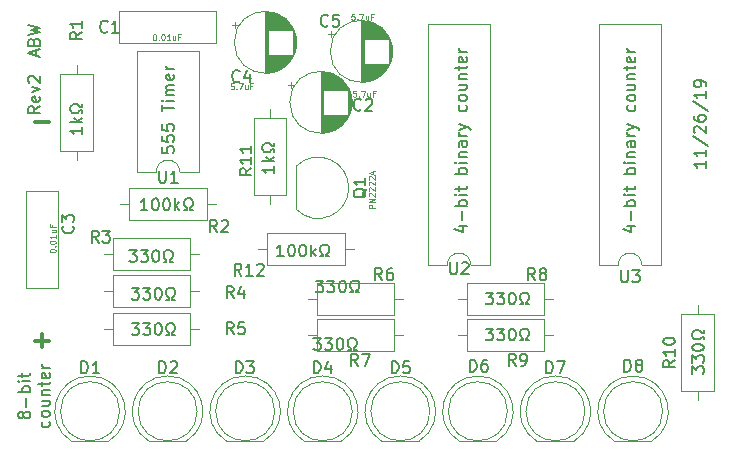
<source format=gbr>
G04 #@! TF.GenerationSoftware,KiCad,Pcbnew,(5.1.4)-1*
G04 #@! TF.CreationDate,2019-11-26T11:52:50-05:00*
G04 #@! TF.ProjectId,8-bit counter,382d6269-7420-4636-9f75-6e7465722e6b,rev?*
G04 #@! TF.SameCoordinates,Original*
G04 #@! TF.FileFunction,Legend,Top*
G04 #@! TF.FilePolarity,Positive*
%FSLAX46Y46*%
G04 Gerber Fmt 4.6, Leading zero omitted, Abs format (unit mm)*
G04 Created by KiCad (PCBNEW (5.1.4)-1) date 2019-11-26 11:52:50*
%MOMM*%
%LPD*%
G04 APERTURE LIST*
%ADD10C,0.150000*%
%ADD11C,0.100000*%
%ADD12C,0.300000*%
%ADD13C,0.120000*%
G04 APERTURE END LIST*
D10*
X143809980Y-53485657D02*
X143809980Y-54057085D01*
X143809980Y-53771371D02*
X142809980Y-53771371D01*
X142952838Y-53866609D01*
X143048076Y-53961847D01*
X143095695Y-54057085D01*
X143809980Y-52533276D02*
X143809980Y-53104704D01*
X143809980Y-52818990D02*
X142809980Y-52818990D01*
X142952838Y-52914228D01*
X143048076Y-53009466D01*
X143095695Y-53104704D01*
X142762361Y-51390419D02*
X144048076Y-52247561D01*
X142905219Y-51104704D02*
X142857600Y-51057085D01*
X142809980Y-50961847D01*
X142809980Y-50723752D01*
X142857600Y-50628514D01*
X142905219Y-50580895D01*
X143000457Y-50533276D01*
X143095695Y-50533276D01*
X143238552Y-50580895D01*
X143809980Y-51152323D01*
X143809980Y-50533276D01*
X142809980Y-49676133D02*
X142809980Y-49866609D01*
X142857600Y-49961847D01*
X142905219Y-50009466D01*
X143048076Y-50104704D01*
X143238552Y-50152323D01*
X143619504Y-50152323D01*
X143714742Y-50104704D01*
X143762361Y-50057085D01*
X143809980Y-49961847D01*
X143809980Y-49771371D01*
X143762361Y-49676133D01*
X143714742Y-49628514D01*
X143619504Y-49580895D01*
X143381409Y-49580895D01*
X143286171Y-49628514D01*
X143238552Y-49676133D01*
X143190933Y-49771371D01*
X143190933Y-49961847D01*
X143238552Y-50057085D01*
X143286171Y-50104704D01*
X143381409Y-50152323D01*
X142762361Y-48438038D02*
X144048076Y-49295180D01*
X143809980Y-47580895D02*
X143809980Y-48152323D01*
X143809980Y-47866609D02*
X142809980Y-47866609D01*
X142952838Y-47961847D01*
X143048076Y-48057085D01*
X143095695Y-48152323D01*
X143809980Y-47104704D02*
X143809980Y-46914228D01*
X143762361Y-46818990D01*
X143714742Y-46771371D01*
X143571885Y-46676133D01*
X143381409Y-46628514D01*
X143000457Y-46628514D01*
X142905219Y-46676133D01*
X142857600Y-46723752D01*
X142809980Y-46818990D01*
X142809980Y-47009466D01*
X142857600Y-47104704D01*
X142905219Y-47152323D01*
X143000457Y-47199942D01*
X143238552Y-47199942D01*
X143333790Y-47152323D01*
X143381409Y-47104704D01*
X143429028Y-47009466D01*
X143429028Y-46818990D01*
X143381409Y-46723752D01*
X143333790Y-46676133D01*
X143238552Y-46628514D01*
D11*
X114231028Y-47528990D02*
X113992933Y-47528990D01*
X113969123Y-47767085D01*
X113992933Y-47743276D01*
X114040552Y-47719466D01*
X114159600Y-47719466D01*
X114207219Y-47743276D01*
X114231028Y-47767085D01*
X114254838Y-47814704D01*
X114254838Y-47933752D01*
X114231028Y-47981371D01*
X114207219Y-48005180D01*
X114159600Y-48028990D01*
X114040552Y-48028990D01*
X113992933Y-48005180D01*
X113969123Y-47981371D01*
X114469123Y-47981371D02*
X114492933Y-48005180D01*
X114469123Y-48028990D01*
X114445314Y-48005180D01*
X114469123Y-47981371D01*
X114469123Y-48028990D01*
X114659600Y-47528990D02*
X114992933Y-47528990D01*
X114778647Y-48028990D01*
X115397695Y-47695657D02*
X115397695Y-48028990D01*
X115183409Y-47695657D02*
X115183409Y-47957561D01*
X115207219Y-48005180D01*
X115254838Y-48028990D01*
X115326266Y-48028990D01*
X115373885Y-48005180D01*
X115397695Y-47981371D01*
X115802457Y-47767085D02*
X115635790Y-47767085D01*
X115635790Y-48028990D02*
X115635790Y-47528990D01*
X115873885Y-47528990D01*
X103867828Y-46919390D02*
X103629733Y-46919390D01*
X103605923Y-47157485D01*
X103629733Y-47133676D01*
X103677352Y-47109866D01*
X103796400Y-47109866D01*
X103844019Y-47133676D01*
X103867828Y-47157485D01*
X103891638Y-47205104D01*
X103891638Y-47324152D01*
X103867828Y-47371771D01*
X103844019Y-47395580D01*
X103796400Y-47419390D01*
X103677352Y-47419390D01*
X103629733Y-47395580D01*
X103605923Y-47371771D01*
X104105923Y-47371771D02*
X104129733Y-47395580D01*
X104105923Y-47419390D01*
X104082114Y-47395580D01*
X104105923Y-47371771D01*
X104105923Y-47419390D01*
X104296400Y-46919390D02*
X104629733Y-46919390D01*
X104415447Y-47419390D01*
X105034495Y-47086057D02*
X105034495Y-47419390D01*
X104820209Y-47086057D02*
X104820209Y-47347961D01*
X104844019Y-47395580D01*
X104891638Y-47419390D01*
X104963066Y-47419390D01*
X105010685Y-47395580D01*
X105034495Y-47371771D01*
X105439257Y-47157485D02*
X105272590Y-47157485D01*
X105272590Y-47419390D02*
X105272590Y-46919390D01*
X105510685Y-46919390D01*
X114078628Y-41026590D02*
X113840533Y-41026590D01*
X113816723Y-41264685D01*
X113840533Y-41240876D01*
X113888152Y-41217066D01*
X114007200Y-41217066D01*
X114054819Y-41240876D01*
X114078628Y-41264685D01*
X114102438Y-41312304D01*
X114102438Y-41431352D01*
X114078628Y-41478971D01*
X114054819Y-41502780D01*
X114007200Y-41526590D01*
X113888152Y-41526590D01*
X113840533Y-41502780D01*
X113816723Y-41478971D01*
X114316723Y-41478971D02*
X114340533Y-41502780D01*
X114316723Y-41526590D01*
X114292914Y-41502780D01*
X114316723Y-41478971D01*
X114316723Y-41526590D01*
X114507200Y-41026590D02*
X114840533Y-41026590D01*
X114626247Y-41526590D01*
X115245295Y-41193257D02*
X115245295Y-41526590D01*
X115031009Y-41193257D02*
X115031009Y-41455161D01*
X115054819Y-41502780D01*
X115102438Y-41526590D01*
X115173866Y-41526590D01*
X115221485Y-41502780D01*
X115245295Y-41478971D01*
X115650057Y-41264685D02*
X115483390Y-41264685D01*
X115483390Y-41526590D02*
X115483390Y-41026590D01*
X115721485Y-41026590D01*
X115796190Y-57490323D02*
X115296190Y-57490323D01*
X115296190Y-57299847D01*
X115320000Y-57252228D01*
X115343809Y-57228419D01*
X115391428Y-57204609D01*
X115462857Y-57204609D01*
X115510476Y-57228419D01*
X115534285Y-57252228D01*
X115558095Y-57299847D01*
X115558095Y-57490323D01*
X115796190Y-56990323D02*
X115296190Y-56990323D01*
X115796190Y-56704609D01*
X115296190Y-56704609D01*
X115343809Y-56490323D02*
X115320000Y-56466514D01*
X115296190Y-56418895D01*
X115296190Y-56299847D01*
X115320000Y-56252228D01*
X115343809Y-56228419D01*
X115391428Y-56204609D01*
X115439047Y-56204609D01*
X115510476Y-56228419D01*
X115796190Y-56514133D01*
X115796190Y-56204609D01*
X115343809Y-56014133D02*
X115320000Y-55990323D01*
X115296190Y-55942704D01*
X115296190Y-55823657D01*
X115320000Y-55776038D01*
X115343809Y-55752228D01*
X115391428Y-55728419D01*
X115439047Y-55728419D01*
X115510476Y-55752228D01*
X115796190Y-56037942D01*
X115796190Y-55728419D01*
X115343809Y-55537942D02*
X115320000Y-55514133D01*
X115296190Y-55466514D01*
X115296190Y-55347466D01*
X115320000Y-55299847D01*
X115343809Y-55276038D01*
X115391428Y-55252228D01*
X115439047Y-55252228D01*
X115510476Y-55276038D01*
X115796190Y-55561752D01*
X115796190Y-55252228D01*
X115343809Y-55061752D02*
X115320000Y-55037942D01*
X115296190Y-54990323D01*
X115296190Y-54871276D01*
X115320000Y-54823657D01*
X115343809Y-54799847D01*
X115391428Y-54776038D01*
X115439047Y-54776038D01*
X115510476Y-54799847D01*
X115796190Y-55085561D01*
X115796190Y-54776038D01*
X115653333Y-54585561D02*
X115653333Y-54347466D01*
X115796190Y-54633180D02*
X115296190Y-54466514D01*
X115796190Y-54299847D01*
D10*
X137199714Y-59027104D02*
X137866380Y-59027104D01*
X136818761Y-59265200D02*
X137533047Y-59503295D01*
X137533047Y-58884247D01*
X137485428Y-58503295D02*
X137485428Y-57741390D01*
X137866380Y-57265200D02*
X136866380Y-57265200D01*
X137247333Y-57265200D02*
X137199714Y-57169961D01*
X137199714Y-56979485D01*
X137247333Y-56884247D01*
X137294952Y-56836628D01*
X137390190Y-56789009D01*
X137675904Y-56789009D01*
X137771142Y-56836628D01*
X137818761Y-56884247D01*
X137866380Y-56979485D01*
X137866380Y-57169961D01*
X137818761Y-57265200D01*
X137866380Y-56360438D02*
X137199714Y-56360438D01*
X136866380Y-56360438D02*
X136914000Y-56408057D01*
X136961619Y-56360438D01*
X136914000Y-56312819D01*
X136866380Y-56360438D01*
X136961619Y-56360438D01*
X137199714Y-56027104D02*
X137199714Y-55646152D01*
X136866380Y-55884247D02*
X137723523Y-55884247D01*
X137818761Y-55836628D01*
X137866380Y-55741390D01*
X137866380Y-55646152D01*
X137866380Y-54550914D02*
X136866380Y-54550914D01*
X137247333Y-54550914D02*
X137199714Y-54455676D01*
X137199714Y-54265200D01*
X137247333Y-54169961D01*
X137294952Y-54122342D01*
X137390190Y-54074723D01*
X137675904Y-54074723D01*
X137771142Y-54122342D01*
X137818761Y-54169961D01*
X137866380Y-54265200D01*
X137866380Y-54455676D01*
X137818761Y-54550914D01*
X137866380Y-53646152D02*
X137199714Y-53646152D01*
X136866380Y-53646152D02*
X136914000Y-53693771D01*
X136961619Y-53646152D01*
X136914000Y-53598533D01*
X136866380Y-53646152D01*
X136961619Y-53646152D01*
X137199714Y-53169961D02*
X137866380Y-53169961D01*
X137294952Y-53169961D02*
X137247333Y-53122342D01*
X137199714Y-53027104D01*
X137199714Y-52884247D01*
X137247333Y-52789009D01*
X137342571Y-52741390D01*
X137866380Y-52741390D01*
X137866380Y-51836628D02*
X137342571Y-51836628D01*
X137247333Y-51884247D01*
X137199714Y-51979485D01*
X137199714Y-52169961D01*
X137247333Y-52265200D01*
X137818761Y-51836628D02*
X137866380Y-51931866D01*
X137866380Y-52169961D01*
X137818761Y-52265200D01*
X137723523Y-52312819D01*
X137628285Y-52312819D01*
X137533047Y-52265200D01*
X137485428Y-52169961D01*
X137485428Y-51931866D01*
X137437809Y-51836628D01*
X137866380Y-51360438D02*
X137199714Y-51360438D01*
X137390190Y-51360438D02*
X137294952Y-51312819D01*
X137247333Y-51265200D01*
X137199714Y-51169961D01*
X137199714Y-51074723D01*
X137199714Y-50836628D02*
X137866380Y-50598533D01*
X137199714Y-50360438D02*
X137866380Y-50598533D01*
X138104476Y-50693771D01*
X138152095Y-50741390D01*
X138199714Y-50836628D01*
X137818761Y-48789009D02*
X137866380Y-48884247D01*
X137866380Y-49074723D01*
X137818761Y-49169961D01*
X137771142Y-49217580D01*
X137675904Y-49265200D01*
X137390190Y-49265200D01*
X137294952Y-49217580D01*
X137247333Y-49169961D01*
X137199714Y-49074723D01*
X137199714Y-48884247D01*
X137247333Y-48789009D01*
X137866380Y-48217580D02*
X137818761Y-48312819D01*
X137771142Y-48360438D01*
X137675904Y-48408057D01*
X137390190Y-48408057D01*
X137294952Y-48360438D01*
X137247333Y-48312819D01*
X137199714Y-48217580D01*
X137199714Y-48074723D01*
X137247333Y-47979485D01*
X137294952Y-47931866D01*
X137390190Y-47884247D01*
X137675904Y-47884247D01*
X137771142Y-47931866D01*
X137818761Y-47979485D01*
X137866380Y-48074723D01*
X137866380Y-48217580D01*
X137199714Y-47027104D02*
X137866380Y-47027104D01*
X137199714Y-47455676D02*
X137723523Y-47455676D01*
X137818761Y-47408057D01*
X137866380Y-47312819D01*
X137866380Y-47169961D01*
X137818761Y-47074723D01*
X137771142Y-47027104D01*
X137199714Y-46550914D02*
X137866380Y-46550914D01*
X137294952Y-46550914D02*
X137247333Y-46503295D01*
X137199714Y-46408057D01*
X137199714Y-46265200D01*
X137247333Y-46169961D01*
X137342571Y-46122342D01*
X137866380Y-46122342D01*
X137199714Y-45789009D02*
X137199714Y-45408057D01*
X136866380Y-45646152D02*
X137723523Y-45646152D01*
X137818761Y-45598533D01*
X137866380Y-45503295D01*
X137866380Y-45408057D01*
X137818761Y-44693771D02*
X137866380Y-44789009D01*
X137866380Y-44979485D01*
X137818761Y-45074723D01*
X137723523Y-45122342D01*
X137342571Y-45122342D01*
X137247333Y-45074723D01*
X137199714Y-44979485D01*
X137199714Y-44789009D01*
X137247333Y-44693771D01*
X137342571Y-44646152D01*
X137437809Y-44646152D01*
X137533047Y-45122342D01*
X137866380Y-44217580D02*
X137199714Y-44217580D01*
X137390190Y-44217580D02*
X137294952Y-44169961D01*
X137247333Y-44122342D01*
X137199714Y-44027104D01*
X137199714Y-43931866D01*
X122924914Y-59027104D02*
X123591580Y-59027104D01*
X122543961Y-59265200D02*
X123258247Y-59503295D01*
X123258247Y-58884247D01*
X123210628Y-58503295D02*
X123210628Y-57741390D01*
X123591580Y-57265200D02*
X122591580Y-57265200D01*
X122972533Y-57265200D02*
X122924914Y-57169961D01*
X122924914Y-56979485D01*
X122972533Y-56884247D01*
X123020152Y-56836628D01*
X123115390Y-56789009D01*
X123401104Y-56789009D01*
X123496342Y-56836628D01*
X123543961Y-56884247D01*
X123591580Y-56979485D01*
X123591580Y-57169961D01*
X123543961Y-57265200D01*
X123591580Y-56360438D02*
X122924914Y-56360438D01*
X122591580Y-56360438D02*
X122639200Y-56408057D01*
X122686819Y-56360438D01*
X122639200Y-56312819D01*
X122591580Y-56360438D01*
X122686819Y-56360438D01*
X122924914Y-56027104D02*
X122924914Y-55646152D01*
X122591580Y-55884247D02*
X123448723Y-55884247D01*
X123543961Y-55836628D01*
X123591580Y-55741390D01*
X123591580Y-55646152D01*
X123591580Y-54550914D02*
X122591580Y-54550914D01*
X122972533Y-54550914D02*
X122924914Y-54455676D01*
X122924914Y-54265200D01*
X122972533Y-54169961D01*
X123020152Y-54122342D01*
X123115390Y-54074723D01*
X123401104Y-54074723D01*
X123496342Y-54122342D01*
X123543961Y-54169961D01*
X123591580Y-54265200D01*
X123591580Y-54455676D01*
X123543961Y-54550914D01*
X123591580Y-53646152D02*
X122924914Y-53646152D01*
X122591580Y-53646152D02*
X122639200Y-53693771D01*
X122686819Y-53646152D01*
X122639200Y-53598533D01*
X122591580Y-53646152D01*
X122686819Y-53646152D01*
X122924914Y-53169961D02*
X123591580Y-53169961D01*
X123020152Y-53169961D02*
X122972533Y-53122342D01*
X122924914Y-53027104D01*
X122924914Y-52884247D01*
X122972533Y-52789009D01*
X123067771Y-52741390D01*
X123591580Y-52741390D01*
X123591580Y-51836628D02*
X123067771Y-51836628D01*
X122972533Y-51884247D01*
X122924914Y-51979485D01*
X122924914Y-52169961D01*
X122972533Y-52265200D01*
X123543961Y-51836628D02*
X123591580Y-51931866D01*
X123591580Y-52169961D01*
X123543961Y-52265200D01*
X123448723Y-52312819D01*
X123353485Y-52312819D01*
X123258247Y-52265200D01*
X123210628Y-52169961D01*
X123210628Y-51931866D01*
X123163009Y-51836628D01*
X123591580Y-51360438D02*
X122924914Y-51360438D01*
X123115390Y-51360438D02*
X123020152Y-51312819D01*
X122972533Y-51265200D01*
X122924914Y-51169961D01*
X122924914Y-51074723D01*
X122924914Y-50836628D02*
X123591580Y-50598533D01*
X122924914Y-50360438D02*
X123591580Y-50598533D01*
X123829676Y-50693771D01*
X123877295Y-50741390D01*
X123924914Y-50836628D01*
X123543961Y-48789009D02*
X123591580Y-48884247D01*
X123591580Y-49074723D01*
X123543961Y-49169961D01*
X123496342Y-49217580D01*
X123401104Y-49265200D01*
X123115390Y-49265200D01*
X123020152Y-49217580D01*
X122972533Y-49169961D01*
X122924914Y-49074723D01*
X122924914Y-48884247D01*
X122972533Y-48789009D01*
X123591580Y-48217580D02*
X123543961Y-48312819D01*
X123496342Y-48360438D01*
X123401104Y-48408057D01*
X123115390Y-48408057D01*
X123020152Y-48360438D01*
X122972533Y-48312819D01*
X122924914Y-48217580D01*
X122924914Y-48074723D01*
X122972533Y-47979485D01*
X123020152Y-47931866D01*
X123115390Y-47884247D01*
X123401104Y-47884247D01*
X123496342Y-47931866D01*
X123543961Y-47979485D01*
X123591580Y-48074723D01*
X123591580Y-48217580D01*
X122924914Y-47027104D02*
X123591580Y-47027104D01*
X122924914Y-47455676D02*
X123448723Y-47455676D01*
X123543961Y-47408057D01*
X123591580Y-47312819D01*
X123591580Y-47169961D01*
X123543961Y-47074723D01*
X123496342Y-47027104D01*
X122924914Y-46550914D02*
X123591580Y-46550914D01*
X123020152Y-46550914D02*
X122972533Y-46503295D01*
X122924914Y-46408057D01*
X122924914Y-46265200D01*
X122972533Y-46169961D01*
X123067771Y-46122342D01*
X123591580Y-46122342D01*
X122924914Y-45789009D02*
X122924914Y-45408057D01*
X122591580Y-45646152D02*
X123448723Y-45646152D01*
X123543961Y-45598533D01*
X123591580Y-45503295D01*
X123591580Y-45408057D01*
X123543961Y-44693771D02*
X123591580Y-44789009D01*
X123591580Y-44979485D01*
X123543961Y-45074723D01*
X123448723Y-45122342D01*
X123067771Y-45122342D01*
X122972533Y-45074723D01*
X122924914Y-44979485D01*
X122924914Y-44789009D01*
X122972533Y-44693771D01*
X123067771Y-44646152D01*
X123163009Y-44646152D01*
X123258247Y-45122342D01*
X123591580Y-44217580D02*
X122924914Y-44217580D01*
X123115390Y-44217580D02*
X123020152Y-44169961D01*
X122972533Y-44122342D01*
X122924914Y-44027104D01*
X122924914Y-43931866D01*
X97801180Y-52293447D02*
X97801180Y-52769638D01*
X98277371Y-52817257D01*
X98229752Y-52769638D01*
X98182133Y-52674400D01*
X98182133Y-52436304D01*
X98229752Y-52341066D01*
X98277371Y-52293447D01*
X98372609Y-52245828D01*
X98610704Y-52245828D01*
X98705942Y-52293447D01*
X98753561Y-52341066D01*
X98801180Y-52436304D01*
X98801180Y-52674400D01*
X98753561Y-52769638D01*
X98705942Y-52817257D01*
X97801180Y-51341066D02*
X97801180Y-51817257D01*
X98277371Y-51864876D01*
X98229752Y-51817257D01*
X98182133Y-51722019D01*
X98182133Y-51483923D01*
X98229752Y-51388685D01*
X98277371Y-51341066D01*
X98372609Y-51293447D01*
X98610704Y-51293447D01*
X98705942Y-51341066D01*
X98753561Y-51388685D01*
X98801180Y-51483923D01*
X98801180Y-51722019D01*
X98753561Y-51817257D01*
X98705942Y-51864876D01*
X97801180Y-50388685D02*
X97801180Y-50864876D01*
X98277371Y-50912495D01*
X98229752Y-50864876D01*
X98182133Y-50769638D01*
X98182133Y-50531542D01*
X98229752Y-50436304D01*
X98277371Y-50388685D01*
X98372609Y-50341066D01*
X98610704Y-50341066D01*
X98705942Y-50388685D01*
X98753561Y-50436304D01*
X98801180Y-50531542D01*
X98801180Y-50769638D01*
X98753561Y-50864876D01*
X98705942Y-50912495D01*
X97801180Y-49293447D02*
X97801180Y-48722019D01*
X98801180Y-49007733D02*
X97801180Y-49007733D01*
X98801180Y-48388685D02*
X98134514Y-48388685D01*
X97801180Y-48388685D02*
X97848800Y-48436304D01*
X97896419Y-48388685D01*
X97848800Y-48341066D01*
X97801180Y-48388685D01*
X97896419Y-48388685D01*
X98801180Y-47912495D02*
X98134514Y-47912495D01*
X98229752Y-47912495D02*
X98182133Y-47864876D01*
X98134514Y-47769638D01*
X98134514Y-47626780D01*
X98182133Y-47531542D01*
X98277371Y-47483923D01*
X98801180Y-47483923D01*
X98277371Y-47483923D02*
X98182133Y-47436304D01*
X98134514Y-47341066D01*
X98134514Y-47198209D01*
X98182133Y-47102971D01*
X98277371Y-47055352D01*
X98801180Y-47055352D01*
X98753561Y-46198209D02*
X98801180Y-46293447D01*
X98801180Y-46483923D01*
X98753561Y-46579161D01*
X98658323Y-46626780D01*
X98277371Y-46626780D01*
X98182133Y-46579161D01*
X98134514Y-46483923D01*
X98134514Y-46293447D01*
X98182133Y-46198209D01*
X98277371Y-46150590D01*
X98372609Y-46150590D01*
X98467847Y-46626780D01*
X98801180Y-45722019D02*
X98134514Y-45722019D01*
X98324990Y-45722019D02*
X98229752Y-45674400D01*
X98182133Y-45626780D01*
X98134514Y-45531542D01*
X98134514Y-45436304D01*
D11*
X88270590Y-61105123D02*
X88270590Y-61057504D01*
X88294400Y-61009885D01*
X88318209Y-60986076D01*
X88365828Y-60962266D01*
X88461066Y-60938457D01*
X88580114Y-60938457D01*
X88675352Y-60962266D01*
X88722971Y-60986076D01*
X88746780Y-61009885D01*
X88770590Y-61057504D01*
X88770590Y-61105123D01*
X88746780Y-61152742D01*
X88722971Y-61176552D01*
X88675352Y-61200361D01*
X88580114Y-61224171D01*
X88461066Y-61224171D01*
X88365828Y-61200361D01*
X88318209Y-61176552D01*
X88294400Y-61152742D01*
X88270590Y-61105123D01*
X88722971Y-60724171D02*
X88746780Y-60700361D01*
X88770590Y-60724171D01*
X88746780Y-60747980D01*
X88722971Y-60724171D01*
X88770590Y-60724171D01*
X88270590Y-60390838D02*
X88270590Y-60343219D01*
X88294400Y-60295600D01*
X88318209Y-60271790D01*
X88365828Y-60247980D01*
X88461066Y-60224171D01*
X88580114Y-60224171D01*
X88675352Y-60247980D01*
X88722971Y-60271790D01*
X88746780Y-60295600D01*
X88770590Y-60343219D01*
X88770590Y-60390838D01*
X88746780Y-60438457D01*
X88722971Y-60462266D01*
X88675352Y-60486076D01*
X88580114Y-60509885D01*
X88461066Y-60509885D01*
X88365828Y-60486076D01*
X88318209Y-60462266D01*
X88294400Y-60438457D01*
X88270590Y-60390838D01*
X88770590Y-59747980D02*
X88770590Y-60033695D01*
X88770590Y-59890838D02*
X88270590Y-59890838D01*
X88342019Y-59938457D01*
X88389638Y-59986076D01*
X88413447Y-60033695D01*
X88437257Y-59319409D02*
X88770590Y-59319409D01*
X88437257Y-59533695D02*
X88699161Y-59533695D01*
X88746780Y-59509885D01*
X88770590Y-59462266D01*
X88770590Y-59390838D01*
X88746780Y-59343219D01*
X88722971Y-59319409D01*
X88508685Y-58914647D02*
X88508685Y-59081314D01*
X88770590Y-59081314D02*
X88270590Y-59081314D01*
X88270590Y-58843219D01*
X97136876Y-42753790D02*
X97184495Y-42753790D01*
X97232114Y-42777600D01*
X97255923Y-42801409D01*
X97279733Y-42849028D01*
X97303542Y-42944266D01*
X97303542Y-43063314D01*
X97279733Y-43158552D01*
X97255923Y-43206171D01*
X97232114Y-43229980D01*
X97184495Y-43253790D01*
X97136876Y-43253790D01*
X97089257Y-43229980D01*
X97065447Y-43206171D01*
X97041638Y-43158552D01*
X97017828Y-43063314D01*
X97017828Y-42944266D01*
X97041638Y-42849028D01*
X97065447Y-42801409D01*
X97089257Y-42777600D01*
X97136876Y-42753790D01*
X97517828Y-43206171D02*
X97541638Y-43229980D01*
X97517828Y-43253790D01*
X97494019Y-43229980D01*
X97517828Y-43206171D01*
X97517828Y-43253790D01*
X97851161Y-42753790D02*
X97898780Y-42753790D01*
X97946400Y-42777600D01*
X97970209Y-42801409D01*
X97994019Y-42849028D01*
X98017828Y-42944266D01*
X98017828Y-43063314D01*
X97994019Y-43158552D01*
X97970209Y-43206171D01*
X97946400Y-43229980D01*
X97898780Y-43253790D01*
X97851161Y-43253790D01*
X97803542Y-43229980D01*
X97779733Y-43206171D01*
X97755923Y-43158552D01*
X97732114Y-43063314D01*
X97732114Y-42944266D01*
X97755923Y-42849028D01*
X97779733Y-42801409D01*
X97803542Y-42777600D01*
X97851161Y-42753790D01*
X98494019Y-43253790D02*
X98208304Y-43253790D01*
X98351161Y-43253790D02*
X98351161Y-42753790D01*
X98303542Y-42825219D01*
X98255923Y-42872838D01*
X98208304Y-42896647D01*
X98922590Y-42920457D02*
X98922590Y-43253790D01*
X98708304Y-42920457D02*
X98708304Y-43182361D01*
X98732114Y-43229980D01*
X98779733Y-43253790D01*
X98851161Y-43253790D01*
X98898780Y-43229980D01*
X98922590Y-43206171D01*
X99327352Y-42991885D02*
X99160685Y-42991885D01*
X99160685Y-43253790D02*
X99160685Y-42753790D01*
X99398780Y-42753790D01*
D10*
X91028780Y-50626876D02*
X91028780Y-51198304D01*
X91028780Y-50912590D02*
X90028780Y-50912590D01*
X90171638Y-51007828D01*
X90266876Y-51103066D01*
X90314495Y-51198304D01*
X91028780Y-50198304D02*
X90028780Y-50198304D01*
X90647828Y-50103066D02*
X91028780Y-49817352D01*
X90362114Y-49817352D02*
X90743066Y-50198304D01*
X91028780Y-49436400D02*
X91028780Y-49198304D01*
X90838304Y-49198304D01*
X90790685Y-49293542D01*
X90695447Y-49388780D01*
X90552590Y-49436400D01*
X90314495Y-49436400D01*
X90171638Y-49388780D01*
X90076400Y-49293542D01*
X90028780Y-49150685D01*
X90028780Y-48960209D01*
X90076400Y-48817352D01*
X90171638Y-48722114D01*
X90314495Y-48674495D01*
X90552590Y-48674495D01*
X90695447Y-48722114D01*
X90790685Y-48817352D01*
X90838304Y-48912590D01*
X91028780Y-48912590D01*
X91028780Y-48674495D01*
X107284780Y-53928876D02*
X107284780Y-54500304D01*
X107284780Y-54214590D02*
X106284780Y-54214590D01*
X106427638Y-54309828D01*
X106522876Y-54405066D01*
X106570495Y-54500304D01*
X107284780Y-53500304D02*
X106284780Y-53500304D01*
X106903828Y-53405066D02*
X107284780Y-53119352D01*
X106618114Y-53119352D02*
X106999066Y-53500304D01*
X107284780Y-52738400D02*
X107284780Y-52500304D01*
X107094304Y-52500304D01*
X107046685Y-52595542D01*
X106951447Y-52690780D01*
X106808590Y-52738400D01*
X106570495Y-52738400D01*
X106427638Y-52690780D01*
X106332400Y-52595542D01*
X106284780Y-52452685D01*
X106284780Y-52262209D01*
X106332400Y-52119352D01*
X106427638Y-52024114D01*
X106570495Y-51976495D01*
X106808590Y-51976495D01*
X106951447Y-52024114D01*
X107046685Y-52119352D01*
X107094304Y-52214590D01*
X107284780Y-52214590D01*
X107284780Y-51976495D01*
X96553542Y-57653180D02*
X95982114Y-57653180D01*
X96267828Y-57653180D02*
X96267828Y-56653180D01*
X96172590Y-56796038D01*
X96077352Y-56891276D01*
X95982114Y-56938895D01*
X97172590Y-56653180D02*
X97267828Y-56653180D01*
X97363066Y-56700800D01*
X97410685Y-56748419D01*
X97458304Y-56843657D01*
X97505923Y-57034133D01*
X97505923Y-57272228D01*
X97458304Y-57462704D01*
X97410685Y-57557942D01*
X97363066Y-57605561D01*
X97267828Y-57653180D01*
X97172590Y-57653180D01*
X97077352Y-57605561D01*
X97029733Y-57557942D01*
X96982114Y-57462704D01*
X96934495Y-57272228D01*
X96934495Y-57034133D01*
X96982114Y-56843657D01*
X97029733Y-56748419D01*
X97077352Y-56700800D01*
X97172590Y-56653180D01*
X98124971Y-56653180D02*
X98220209Y-56653180D01*
X98315447Y-56700800D01*
X98363066Y-56748419D01*
X98410685Y-56843657D01*
X98458304Y-57034133D01*
X98458304Y-57272228D01*
X98410685Y-57462704D01*
X98363066Y-57557942D01*
X98315447Y-57605561D01*
X98220209Y-57653180D01*
X98124971Y-57653180D01*
X98029733Y-57605561D01*
X97982114Y-57557942D01*
X97934495Y-57462704D01*
X97886876Y-57272228D01*
X97886876Y-57034133D01*
X97934495Y-56843657D01*
X97982114Y-56748419D01*
X98029733Y-56700800D01*
X98124971Y-56653180D01*
X98886876Y-57653180D02*
X98886876Y-56653180D01*
X98982114Y-57272228D02*
X99267828Y-57653180D01*
X99267828Y-56986514D02*
X98886876Y-57367466D01*
X99648780Y-57653180D02*
X99886876Y-57653180D01*
X99886876Y-57462704D01*
X99791638Y-57415085D01*
X99696400Y-57319847D01*
X99648780Y-57176990D01*
X99648780Y-56938895D01*
X99696400Y-56796038D01*
X99791638Y-56700800D01*
X99934495Y-56653180D01*
X100124971Y-56653180D01*
X100267828Y-56700800D01*
X100363066Y-56796038D01*
X100410685Y-56938895D01*
X100410685Y-57176990D01*
X100363066Y-57319847D01*
X100267828Y-57415085D01*
X100172590Y-57462704D01*
X100172590Y-57653180D01*
X100410685Y-57653180D01*
X108085142Y-61564780D02*
X107513714Y-61564780D01*
X107799428Y-61564780D02*
X107799428Y-60564780D01*
X107704190Y-60707638D01*
X107608952Y-60802876D01*
X107513714Y-60850495D01*
X108704190Y-60564780D02*
X108799428Y-60564780D01*
X108894666Y-60612400D01*
X108942285Y-60660019D01*
X108989904Y-60755257D01*
X109037523Y-60945733D01*
X109037523Y-61183828D01*
X108989904Y-61374304D01*
X108942285Y-61469542D01*
X108894666Y-61517161D01*
X108799428Y-61564780D01*
X108704190Y-61564780D01*
X108608952Y-61517161D01*
X108561333Y-61469542D01*
X108513714Y-61374304D01*
X108466095Y-61183828D01*
X108466095Y-60945733D01*
X108513714Y-60755257D01*
X108561333Y-60660019D01*
X108608952Y-60612400D01*
X108704190Y-60564780D01*
X109656571Y-60564780D02*
X109751809Y-60564780D01*
X109847047Y-60612400D01*
X109894666Y-60660019D01*
X109942285Y-60755257D01*
X109989904Y-60945733D01*
X109989904Y-61183828D01*
X109942285Y-61374304D01*
X109894666Y-61469542D01*
X109847047Y-61517161D01*
X109751809Y-61564780D01*
X109656571Y-61564780D01*
X109561333Y-61517161D01*
X109513714Y-61469542D01*
X109466095Y-61374304D01*
X109418476Y-61183828D01*
X109418476Y-60945733D01*
X109466095Y-60755257D01*
X109513714Y-60660019D01*
X109561333Y-60612400D01*
X109656571Y-60564780D01*
X110418476Y-61564780D02*
X110418476Y-60564780D01*
X110513714Y-61183828D02*
X110799428Y-61564780D01*
X110799428Y-60898114D02*
X110418476Y-61279066D01*
X111180380Y-61564780D02*
X111418476Y-61564780D01*
X111418476Y-61374304D01*
X111323238Y-61326685D01*
X111228000Y-61231447D01*
X111180380Y-61088590D01*
X111180380Y-60850495D01*
X111228000Y-60707638D01*
X111323238Y-60612400D01*
X111466095Y-60564780D01*
X111656571Y-60564780D01*
X111799428Y-60612400D01*
X111894666Y-60707638D01*
X111942285Y-60850495D01*
X111942285Y-61088590D01*
X111894666Y-61231447D01*
X111799428Y-61326685D01*
X111704190Y-61374304D01*
X111704190Y-61564780D01*
X111942285Y-61564780D01*
X95018457Y-61021980D02*
X95637504Y-61021980D01*
X95304171Y-61402933D01*
X95447028Y-61402933D01*
X95542266Y-61450552D01*
X95589885Y-61498171D01*
X95637504Y-61593409D01*
X95637504Y-61831504D01*
X95589885Y-61926742D01*
X95542266Y-61974361D01*
X95447028Y-62021980D01*
X95161314Y-62021980D01*
X95066076Y-61974361D01*
X95018457Y-61926742D01*
X95970838Y-61021980D02*
X96589885Y-61021980D01*
X96256552Y-61402933D01*
X96399409Y-61402933D01*
X96494647Y-61450552D01*
X96542266Y-61498171D01*
X96589885Y-61593409D01*
X96589885Y-61831504D01*
X96542266Y-61926742D01*
X96494647Y-61974361D01*
X96399409Y-62021980D01*
X96113695Y-62021980D01*
X96018457Y-61974361D01*
X95970838Y-61926742D01*
X97208933Y-61021980D02*
X97304171Y-61021980D01*
X97399409Y-61069600D01*
X97447028Y-61117219D01*
X97494647Y-61212457D01*
X97542266Y-61402933D01*
X97542266Y-61641028D01*
X97494647Y-61831504D01*
X97447028Y-61926742D01*
X97399409Y-61974361D01*
X97304171Y-62021980D01*
X97208933Y-62021980D01*
X97113695Y-61974361D01*
X97066076Y-61926742D01*
X97018457Y-61831504D01*
X96970838Y-61641028D01*
X96970838Y-61402933D01*
X97018457Y-61212457D01*
X97066076Y-61117219D01*
X97113695Y-61069600D01*
X97208933Y-61021980D01*
X97923219Y-62021980D02*
X98161314Y-62021980D01*
X98161314Y-61831504D01*
X98066076Y-61783885D01*
X97970838Y-61688647D01*
X97923219Y-61545790D01*
X97923219Y-61307695D01*
X97970838Y-61164838D01*
X98066076Y-61069600D01*
X98208933Y-61021980D01*
X98399409Y-61021980D01*
X98542266Y-61069600D01*
X98637504Y-61164838D01*
X98685123Y-61307695D01*
X98685123Y-61545790D01*
X98637504Y-61688647D01*
X98542266Y-61783885D01*
X98447028Y-61831504D01*
X98447028Y-62021980D01*
X98685123Y-62021980D01*
X95221657Y-64222380D02*
X95840704Y-64222380D01*
X95507371Y-64603333D01*
X95650228Y-64603333D01*
X95745466Y-64650952D01*
X95793085Y-64698571D01*
X95840704Y-64793809D01*
X95840704Y-65031904D01*
X95793085Y-65127142D01*
X95745466Y-65174761D01*
X95650228Y-65222380D01*
X95364514Y-65222380D01*
X95269276Y-65174761D01*
X95221657Y-65127142D01*
X96174038Y-64222380D02*
X96793085Y-64222380D01*
X96459752Y-64603333D01*
X96602609Y-64603333D01*
X96697847Y-64650952D01*
X96745466Y-64698571D01*
X96793085Y-64793809D01*
X96793085Y-65031904D01*
X96745466Y-65127142D01*
X96697847Y-65174761D01*
X96602609Y-65222380D01*
X96316895Y-65222380D01*
X96221657Y-65174761D01*
X96174038Y-65127142D01*
X97412133Y-64222380D02*
X97507371Y-64222380D01*
X97602609Y-64270000D01*
X97650228Y-64317619D01*
X97697847Y-64412857D01*
X97745466Y-64603333D01*
X97745466Y-64841428D01*
X97697847Y-65031904D01*
X97650228Y-65127142D01*
X97602609Y-65174761D01*
X97507371Y-65222380D01*
X97412133Y-65222380D01*
X97316895Y-65174761D01*
X97269276Y-65127142D01*
X97221657Y-65031904D01*
X97174038Y-64841428D01*
X97174038Y-64603333D01*
X97221657Y-64412857D01*
X97269276Y-64317619D01*
X97316895Y-64270000D01*
X97412133Y-64222380D01*
X98126419Y-65222380D02*
X98364514Y-65222380D01*
X98364514Y-65031904D01*
X98269276Y-64984285D01*
X98174038Y-64889047D01*
X98126419Y-64746190D01*
X98126419Y-64508095D01*
X98174038Y-64365238D01*
X98269276Y-64270000D01*
X98412133Y-64222380D01*
X98602609Y-64222380D01*
X98745466Y-64270000D01*
X98840704Y-64365238D01*
X98888323Y-64508095D01*
X98888323Y-64746190D01*
X98840704Y-64889047D01*
X98745466Y-64984285D01*
X98650228Y-65031904D01*
X98650228Y-65222380D01*
X98888323Y-65222380D01*
X95221657Y-67219580D02*
X95840704Y-67219580D01*
X95507371Y-67600533D01*
X95650228Y-67600533D01*
X95745466Y-67648152D01*
X95793085Y-67695771D01*
X95840704Y-67791009D01*
X95840704Y-68029104D01*
X95793085Y-68124342D01*
X95745466Y-68171961D01*
X95650228Y-68219580D01*
X95364514Y-68219580D01*
X95269276Y-68171961D01*
X95221657Y-68124342D01*
X96174038Y-67219580D02*
X96793085Y-67219580D01*
X96459752Y-67600533D01*
X96602609Y-67600533D01*
X96697847Y-67648152D01*
X96745466Y-67695771D01*
X96793085Y-67791009D01*
X96793085Y-68029104D01*
X96745466Y-68124342D01*
X96697847Y-68171961D01*
X96602609Y-68219580D01*
X96316895Y-68219580D01*
X96221657Y-68171961D01*
X96174038Y-68124342D01*
X97412133Y-67219580D02*
X97507371Y-67219580D01*
X97602609Y-67267200D01*
X97650228Y-67314819D01*
X97697847Y-67410057D01*
X97745466Y-67600533D01*
X97745466Y-67838628D01*
X97697847Y-68029104D01*
X97650228Y-68124342D01*
X97602609Y-68171961D01*
X97507371Y-68219580D01*
X97412133Y-68219580D01*
X97316895Y-68171961D01*
X97269276Y-68124342D01*
X97221657Y-68029104D01*
X97174038Y-67838628D01*
X97174038Y-67600533D01*
X97221657Y-67410057D01*
X97269276Y-67314819D01*
X97316895Y-67267200D01*
X97412133Y-67219580D01*
X98126419Y-68219580D02*
X98364514Y-68219580D01*
X98364514Y-68029104D01*
X98269276Y-67981485D01*
X98174038Y-67886247D01*
X98126419Y-67743390D01*
X98126419Y-67505295D01*
X98174038Y-67362438D01*
X98269276Y-67267200D01*
X98412133Y-67219580D01*
X98602609Y-67219580D01*
X98745466Y-67267200D01*
X98840704Y-67362438D01*
X98888323Y-67505295D01*
X98888323Y-67743390D01*
X98840704Y-67886247D01*
X98745466Y-67981485D01*
X98650228Y-68029104D01*
X98650228Y-68219580D01*
X98888323Y-68219580D01*
X110614057Y-68489580D02*
X111233104Y-68489580D01*
X110899771Y-68870533D01*
X111042628Y-68870533D01*
X111137866Y-68918152D01*
X111185485Y-68965771D01*
X111233104Y-69061009D01*
X111233104Y-69299104D01*
X111185485Y-69394342D01*
X111137866Y-69441961D01*
X111042628Y-69489580D01*
X110756914Y-69489580D01*
X110661676Y-69441961D01*
X110614057Y-69394342D01*
X111566438Y-68489580D02*
X112185485Y-68489580D01*
X111852152Y-68870533D01*
X111995009Y-68870533D01*
X112090247Y-68918152D01*
X112137866Y-68965771D01*
X112185485Y-69061009D01*
X112185485Y-69299104D01*
X112137866Y-69394342D01*
X112090247Y-69441961D01*
X111995009Y-69489580D01*
X111709295Y-69489580D01*
X111614057Y-69441961D01*
X111566438Y-69394342D01*
X112804533Y-68489580D02*
X112899771Y-68489580D01*
X112995009Y-68537200D01*
X113042628Y-68584819D01*
X113090247Y-68680057D01*
X113137866Y-68870533D01*
X113137866Y-69108628D01*
X113090247Y-69299104D01*
X113042628Y-69394342D01*
X112995009Y-69441961D01*
X112899771Y-69489580D01*
X112804533Y-69489580D01*
X112709295Y-69441961D01*
X112661676Y-69394342D01*
X112614057Y-69299104D01*
X112566438Y-69108628D01*
X112566438Y-68870533D01*
X112614057Y-68680057D01*
X112661676Y-68584819D01*
X112709295Y-68537200D01*
X112804533Y-68489580D01*
X113518819Y-69489580D02*
X113756914Y-69489580D01*
X113756914Y-69299104D01*
X113661676Y-69251485D01*
X113566438Y-69156247D01*
X113518819Y-69013390D01*
X113518819Y-68775295D01*
X113566438Y-68632438D01*
X113661676Y-68537200D01*
X113804533Y-68489580D01*
X113995009Y-68489580D01*
X114137866Y-68537200D01*
X114233104Y-68632438D01*
X114280723Y-68775295D01*
X114280723Y-69013390D01*
X114233104Y-69156247D01*
X114137866Y-69251485D01*
X114042628Y-69299104D01*
X114042628Y-69489580D01*
X114280723Y-69489580D01*
X110817257Y-63612780D02*
X111436304Y-63612780D01*
X111102971Y-63993733D01*
X111245828Y-63993733D01*
X111341066Y-64041352D01*
X111388685Y-64088971D01*
X111436304Y-64184209D01*
X111436304Y-64422304D01*
X111388685Y-64517542D01*
X111341066Y-64565161D01*
X111245828Y-64612780D01*
X110960114Y-64612780D01*
X110864876Y-64565161D01*
X110817257Y-64517542D01*
X111769638Y-63612780D02*
X112388685Y-63612780D01*
X112055352Y-63993733D01*
X112198209Y-63993733D01*
X112293447Y-64041352D01*
X112341066Y-64088971D01*
X112388685Y-64184209D01*
X112388685Y-64422304D01*
X112341066Y-64517542D01*
X112293447Y-64565161D01*
X112198209Y-64612780D01*
X111912495Y-64612780D01*
X111817257Y-64565161D01*
X111769638Y-64517542D01*
X113007733Y-63612780D02*
X113102971Y-63612780D01*
X113198209Y-63660400D01*
X113245828Y-63708019D01*
X113293447Y-63803257D01*
X113341066Y-63993733D01*
X113341066Y-64231828D01*
X113293447Y-64422304D01*
X113245828Y-64517542D01*
X113198209Y-64565161D01*
X113102971Y-64612780D01*
X113007733Y-64612780D01*
X112912495Y-64565161D01*
X112864876Y-64517542D01*
X112817257Y-64422304D01*
X112769638Y-64231828D01*
X112769638Y-63993733D01*
X112817257Y-63803257D01*
X112864876Y-63708019D01*
X112912495Y-63660400D01*
X113007733Y-63612780D01*
X113722019Y-64612780D02*
X113960114Y-64612780D01*
X113960114Y-64422304D01*
X113864876Y-64374685D01*
X113769638Y-64279447D01*
X113722019Y-64136590D01*
X113722019Y-63898495D01*
X113769638Y-63755638D01*
X113864876Y-63660400D01*
X114007733Y-63612780D01*
X114198209Y-63612780D01*
X114341066Y-63660400D01*
X114436304Y-63755638D01*
X114483923Y-63898495D01*
X114483923Y-64136590D01*
X114436304Y-64279447D01*
X114341066Y-64374685D01*
X114245828Y-64422304D01*
X114245828Y-64612780D01*
X114483923Y-64612780D01*
X125193657Y-67676780D02*
X125812704Y-67676780D01*
X125479371Y-68057733D01*
X125622228Y-68057733D01*
X125717466Y-68105352D01*
X125765085Y-68152971D01*
X125812704Y-68248209D01*
X125812704Y-68486304D01*
X125765085Y-68581542D01*
X125717466Y-68629161D01*
X125622228Y-68676780D01*
X125336514Y-68676780D01*
X125241276Y-68629161D01*
X125193657Y-68581542D01*
X126146038Y-67676780D02*
X126765085Y-67676780D01*
X126431752Y-68057733D01*
X126574609Y-68057733D01*
X126669847Y-68105352D01*
X126717466Y-68152971D01*
X126765085Y-68248209D01*
X126765085Y-68486304D01*
X126717466Y-68581542D01*
X126669847Y-68629161D01*
X126574609Y-68676780D01*
X126288895Y-68676780D01*
X126193657Y-68629161D01*
X126146038Y-68581542D01*
X127384133Y-67676780D02*
X127479371Y-67676780D01*
X127574609Y-67724400D01*
X127622228Y-67772019D01*
X127669847Y-67867257D01*
X127717466Y-68057733D01*
X127717466Y-68295828D01*
X127669847Y-68486304D01*
X127622228Y-68581542D01*
X127574609Y-68629161D01*
X127479371Y-68676780D01*
X127384133Y-68676780D01*
X127288895Y-68629161D01*
X127241276Y-68581542D01*
X127193657Y-68486304D01*
X127146038Y-68295828D01*
X127146038Y-68057733D01*
X127193657Y-67867257D01*
X127241276Y-67772019D01*
X127288895Y-67724400D01*
X127384133Y-67676780D01*
X128098419Y-68676780D02*
X128336514Y-68676780D01*
X128336514Y-68486304D01*
X128241276Y-68438685D01*
X128146038Y-68343447D01*
X128098419Y-68200590D01*
X128098419Y-67962495D01*
X128146038Y-67819638D01*
X128241276Y-67724400D01*
X128384133Y-67676780D01*
X128574609Y-67676780D01*
X128717466Y-67724400D01*
X128812704Y-67819638D01*
X128860323Y-67962495D01*
X128860323Y-68200590D01*
X128812704Y-68343447D01*
X128717466Y-68438685D01*
X128622228Y-68486304D01*
X128622228Y-68676780D01*
X128860323Y-68676780D01*
X125193657Y-64628780D02*
X125812704Y-64628780D01*
X125479371Y-65009733D01*
X125622228Y-65009733D01*
X125717466Y-65057352D01*
X125765085Y-65104971D01*
X125812704Y-65200209D01*
X125812704Y-65438304D01*
X125765085Y-65533542D01*
X125717466Y-65581161D01*
X125622228Y-65628780D01*
X125336514Y-65628780D01*
X125241276Y-65581161D01*
X125193657Y-65533542D01*
X126146038Y-64628780D02*
X126765085Y-64628780D01*
X126431752Y-65009733D01*
X126574609Y-65009733D01*
X126669847Y-65057352D01*
X126717466Y-65104971D01*
X126765085Y-65200209D01*
X126765085Y-65438304D01*
X126717466Y-65533542D01*
X126669847Y-65581161D01*
X126574609Y-65628780D01*
X126288895Y-65628780D01*
X126193657Y-65581161D01*
X126146038Y-65533542D01*
X127384133Y-64628780D02*
X127479371Y-64628780D01*
X127574609Y-64676400D01*
X127622228Y-64724019D01*
X127669847Y-64819257D01*
X127717466Y-65009733D01*
X127717466Y-65247828D01*
X127669847Y-65438304D01*
X127622228Y-65533542D01*
X127574609Y-65581161D01*
X127479371Y-65628780D01*
X127384133Y-65628780D01*
X127288895Y-65581161D01*
X127241276Y-65533542D01*
X127193657Y-65438304D01*
X127146038Y-65247828D01*
X127146038Y-65009733D01*
X127193657Y-64819257D01*
X127241276Y-64724019D01*
X127288895Y-64676400D01*
X127384133Y-64628780D01*
X128098419Y-65628780D02*
X128336514Y-65628780D01*
X128336514Y-65438304D01*
X128241276Y-65390685D01*
X128146038Y-65295447D01*
X128098419Y-65152590D01*
X128098419Y-64914495D01*
X128146038Y-64771638D01*
X128241276Y-64676400D01*
X128384133Y-64628780D01*
X128574609Y-64628780D01*
X128717466Y-64676400D01*
X128812704Y-64771638D01*
X128860323Y-64914495D01*
X128860323Y-65152590D01*
X128812704Y-65295447D01*
X128717466Y-65390685D01*
X128622228Y-65438304D01*
X128622228Y-65628780D01*
X128860323Y-65628780D01*
X142657580Y-71503942D02*
X142657580Y-70884895D01*
X143038533Y-71218228D01*
X143038533Y-71075371D01*
X143086152Y-70980133D01*
X143133771Y-70932514D01*
X143229009Y-70884895D01*
X143467104Y-70884895D01*
X143562342Y-70932514D01*
X143609961Y-70980133D01*
X143657580Y-71075371D01*
X143657580Y-71361085D01*
X143609961Y-71456323D01*
X143562342Y-71503942D01*
X142657580Y-70551561D02*
X142657580Y-69932514D01*
X143038533Y-70265847D01*
X143038533Y-70122990D01*
X143086152Y-70027752D01*
X143133771Y-69980133D01*
X143229009Y-69932514D01*
X143467104Y-69932514D01*
X143562342Y-69980133D01*
X143609961Y-70027752D01*
X143657580Y-70122990D01*
X143657580Y-70408704D01*
X143609961Y-70503942D01*
X143562342Y-70551561D01*
X142657580Y-69313466D02*
X142657580Y-69218228D01*
X142705200Y-69122990D01*
X142752819Y-69075371D01*
X142848057Y-69027752D01*
X143038533Y-68980133D01*
X143276628Y-68980133D01*
X143467104Y-69027752D01*
X143562342Y-69075371D01*
X143609961Y-69122990D01*
X143657580Y-69218228D01*
X143657580Y-69313466D01*
X143609961Y-69408704D01*
X143562342Y-69456323D01*
X143467104Y-69503942D01*
X143276628Y-69551561D01*
X143038533Y-69551561D01*
X142848057Y-69503942D01*
X142752819Y-69456323D01*
X142705200Y-69408704D01*
X142657580Y-69313466D01*
X143657580Y-68599180D02*
X143657580Y-68361085D01*
X143467104Y-68361085D01*
X143419485Y-68456323D01*
X143324247Y-68551561D01*
X143181390Y-68599180D01*
X142943295Y-68599180D01*
X142800438Y-68551561D01*
X142705200Y-68456323D01*
X142657580Y-68313466D01*
X142657580Y-68122990D01*
X142705200Y-67980133D01*
X142800438Y-67884895D01*
X142943295Y-67837276D01*
X143181390Y-67837276D01*
X143324247Y-67884895D01*
X143419485Y-67980133D01*
X143467104Y-68075371D01*
X143657580Y-68075371D01*
X143657580Y-67837276D01*
X87447380Y-48855190D02*
X86971190Y-49188523D01*
X87447380Y-49426619D02*
X86447380Y-49426619D01*
X86447380Y-49045666D01*
X86495000Y-48950428D01*
X86542619Y-48902809D01*
X86637857Y-48855190D01*
X86780714Y-48855190D01*
X86875952Y-48902809D01*
X86923571Y-48950428D01*
X86971190Y-49045666D01*
X86971190Y-49426619D01*
X87399761Y-48045666D02*
X87447380Y-48140904D01*
X87447380Y-48331380D01*
X87399761Y-48426619D01*
X87304523Y-48474238D01*
X86923571Y-48474238D01*
X86828333Y-48426619D01*
X86780714Y-48331380D01*
X86780714Y-48140904D01*
X86828333Y-48045666D01*
X86923571Y-47998047D01*
X87018809Y-47998047D01*
X87114047Y-48474238D01*
X86780714Y-47664714D02*
X87447380Y-47426619D01*
X86780714Y-47188523D01*
X86542619Y-46855190D02*
X86495000Y-46807571D01*
X86447380Y-46712333D01*
X86447380Y-46474238D01*
X86495000Y-46379000D01*
X86542619Y-46331380D01*
X86637857Y-46283761D01*
X86733095Y-46283761D01*
X86875952Y-46331380D01*
X87447380Y-46902809D01*
X87447380Y-46283761D01*
X87161666Y-44616523D02*
X87161666Y-44140333D01*
X87447380Y-44711761D02*
X86447380Y-44378428D01*
X87447380Y-44045095D01*
X86923571Y-43378428D02*
X86971190Y-43235571D01*
X87018809Y-43187952D01*
X87114047Y-43140333D01*
X87256904Y-43140333D01*
X87352142Y-43187952D01*
X87399761Y-43235571D01*
X87447380Y-43330809D01*
X87447380Y-43711761D01*
X86447380Y-43711761D01*
X86447380Y-43378428D01*
X86495000Y-43283190D01*
X86542619Y-43235571D01*
X86637857Y-43187952D01*
X86733095Y-43187952D01*
X86828333Y-43235571D01*
X86875952Y-43283190D01*
X86923571Y-43378428D01*
X86923571Y-43711761D01*
X86447380Y-42807000D02*
X87447380Y-42568904D01*
X86733095Y-42378428D01*
X87447380Y-42187952D01*
X86447380Y-41949857D01*
X86050952Y-75096476D02*
X86003333Y-75191714D01*
X85955714Y-75239333D01*
X85860476Y-75286952D01*
X85812857Y-75286952D01*
X85717619Y-75239333D01*
X85670000Y-75191714D01*
X85622380Y-75096476D01*
X85622380Y-74906000D01*
X85670000Y-74810761D01*
X85717619Y-74763142D01*
X85812857Y-74715523D01*
X85860476Y-74715523D01*
X85955714Y-74763142D01*
X86003333Y-74810761D01*
X86050952Y-74906000D01*
X86050952Y-75096476D01*
X86098571Y-75191714D01*
X86146190Y-75239333D01*
X86241428Y-75286952D01*
X86431904Y-75286952D01*
X86527142Y-75239333D01*
X86574761Y-75191714D01*
X86622380Y-75096476D01*
X86622380Y-74906000D01*
X86574761Y-74810761D01*
X86527142Y-74763142D01*
X86431904Y-74715523D01*
X86241428Y-74715523D01*
X86146190Y-74763142D01*
X86098571Y-74810761D01*
X86050952Y-74906000D01*
X86241428Y-74286952D02*
X86241428Y-73525047D01*
X86622380Y-73048857D02*
X85622380Y-73048857D01*
X86003333Y-73048857D02*
X85955714Y-72953619D01*
X85955714Y-72763142D01*
X86003333Y-72667904D01*
X86050952Y-72620285D01*
X86146190Y-72572666D01*
X86431904Y-72572666D01*
X86527142Y-72620285D01*
X86574761Y-72667904D01*
X86622380Y-72763142D01*
X86622380Y-72953619D01*
X86574761Y-73048857D01*
X86622380Y-72144095D02*
X85955714Y-72144095D01*
X85622380Y-72144095D02*
X85670000Y-72191714D01*
X85717619Y-72144095D01*
X85670000Y-72096476D01*
X85622380Y-72144095D01*
X85717619Y-72144095D01*
X85955714Y-71810761D02*
X85955714Y-71429809D01*
X85622380Y-71667904D02*
X86479523Y-71667904D01*
X86574761Y-71620285D01*
X86622380Y-71525047D01*
X86622380Y-71429809D01*
X88224761Y-75548857D02*
X88272380Y-75644095D01*
X88272380Y-75834571D01*
X88224761Y-75929809D01*
X88177142Y-75977428D01*
X88081904Y-76025047D01*
X87796190Y-76025047D01*
X87700952Y-75977428D01*
X87653333Y-75929809D01*
X87605714Y-75834571D01*
X87605714Y-75644095D01*
X87653333Y-75548857D01*
X88272380Y-74977428D02*
X88224761Y-75072666D01*
X88177142Y-75120285D01*
X88081904Y-75167904D01*
X87796190Y-75167904D01*
X87700952Y-75120285D01*
X87653333Y-75072666D01*
X87605714Y-74977428D01*
X87605714Y-74834571D01*
X87653333Y-74739333D01*
X87700952Y-74691714D01*
X87796190Y-74644095D01*
X88081904Y-74644095D01*
X88177142Y-74691714D01*
X88224761Y-74739333D01*
X88272380Y-74834571D01*
X88272380Y-74977428D01*
X87605714Y-73786952D02*
X88272380Y-73786952D01*
X87605714Y-74215523D02*
X88129523Y-74215523D01*
X88224761Y-74167904D01*
X88272380Y-74072666D01*
X88272380Y-73929809D01*
X88224761Y-73834571D01*
X88177142Y-73786952D01*
X87605714Y-73310761D02*
X88272380Y-73310761D01*
X87700952Y-73310761D02*
X87653333Y-73263142D01*
X87605714Y-73167904D01*
X87605714Y-73025047D01*
X87653333Y-72929809D01*
X87748571Y-72882190D01*
X88272380Y-72882190D01*
X87605714Y-72548857D02*
X87605714Y-72167904D01*
X87272380Y-72406000D02*
X88129523Y-72406000D01*
X88224761Y-72358380D01*
X88272380Y-72263142D01*
X88272380Y-72167904D01*
X88224761Y-71453619D02*
X88272380Y-71548857D01*
X88272380Y-71739333D01*
X88224761Y-71834571D01*
X88129523Y-71882190D01*
X87748571Y-71882190D01*
X87653333Y-71834571D01*
X87605714Y-71739333D01*
X87605714Y-71548857D01*
X87653333Y-71453619D01*
X87748571Y-71406000D01*
X87843809Y-71406000D01*
X87939047Y-71882190D01*
X88272380Y-70977428D02*
X87605714Y-70977428D01*
X87796190Y-70977428D02*
X87700952Y-70929809D01*
X87653333Y-70882190D01*
X87605714Y-70786952D01*
X87605714Y-70691714D01*
D12*
X87058571Y-68687142D02*
X88201428Y-68687142D01*
X87630000Y-69258571D02*
X87630000Y-68115714D01*
X87058571Y-50145142D02*
X88201428Y-50145142D01*
D13*
X112106225Y-42471000D02*
X112106225Y-42971000D01*
X111856225Y-42721000D02*
X112356225Y-42721000D01*
X117262000Y-43912000D02*
X117262000Y-44480000D01*
X117222000Y-43678000D02*
X117222000Y-44714000D01*
X117182000Y-43519000D02*
X117182000Y-44873000D01*
X117142000Y-43391000D02*
X117142000Y-45001000D01*
X117102000Y-43281000D02*
X117102000Y-45111000D01*
X117062000Y-43185000D02*
X117062000Y-45207000D01*
X117022000Y-43098000D02*
X117022000Y-45294000D01*
X116982000Y-43018000D02*
X116982000Y-45374000D01*
X116942000Y-45236000D02*
X116942000Y-45447000D01*
X116942000Y-42945000D02*
X116942000Y-43156000D01*
X116902000Y-45236000D02*
X116902000Y-45515000D01*
X116902000Y-42877000D02*
X116902000Y-43156000D01*
X116862000Y-45236000D02*
X116862000Y-45579000D01*
X116862000Y-42813000D02*
X116862000Y-43156000D01*
X116822000Y-45236000D02*
X116822000Y-45639000D01*
X116822000Y-42753000D02*
X116822000Y-43156000D01*
X116782000Y-45236000D02*
X116782000Y-45696000D01*
X116782000Y-42696000D02*
X116782000Y-43156000D01*
X116742000Y-45236000D02*
X116742000Y-45750000D01*
X116742000Y-42642000D02*
X116742000Y-43156000D01*
X116702000Y-45236000D02*
X116702000Y-45801000D01*
X116702000Y-42591000D02*
X116702000Y-43156000D01*
X116662000Y-45236000D02*
X116662000Y-45849000D01*
X116662000Y-42543000D02*
X116662000Y-43156000D01*
X116622000Y-45236000D02*
X116622000Y-45895000D01*
X116622000Y-42497000D02*
X116622000Y-43156000D01*
X116582000Y-45236000D02*
X116582000Y-45939000D01*
X116582000Y-42453000D02*
X116582000Y-43156000D01*
X116542000Y-45236000D02*
X116542000Y-45981000D01*
X116542000Y-42411000D02*
X116542000Y-43156000D01*
X116502000Y-45236000D02*
X116502000Y-46022000D01*
X116502000Y-42370000D02*
X116502000Y-43156000D01*
X116462000Y-45236000D02*
X116462000Y-46060000D01*
X116462000Y-42332000D02*
X116462000Y-43156000D01*
X116422000Y-45236000D02*
X116422000Y-46097000D01*
X116422000Y-42295000D02*
X116422000Y-43156000D01*
X116382000Y-45236000D02*
X116382000Y-46133000D01*
X116382000Y-42259000D02*
X116382000Y-43156000D01*
X116342000Y-45236000D02*
X116342000Y-46167000D01*
X116342000Y-42225000D02*
X116342000Y-43156000D01*
X116302000Y-45236000D02*
X116302000Y-46200000D01*
X116302000Y-42192000D02*
X116302000Y-43156000D01*
X116262000Y-45236000D02*
X116262000Y-46231000D01*
X116262000Y-42161000D02*
X116262000Y-43156000D01*
X116222000Y-45236000D02*
X116222000Y-46261000D01*
X116222000Y-42131000D02*
X116222000Y-43156000D01*
X116182000Y-45236000D02*
X116182000Y-46291000D01*
X116182000Y-42101000D02*
X116182000Y-43156000D01*
X116142000Y-45236000D02*
X116142000Y-46318000D01*
X116142000Y-42074000D02*
X116142000Y-43156000D01*
X116102000Y-45236000D02*
X116102000Y-46345000D01*
X116102000Y-42047000D02*
X116102000Y-43156000D01*
X116062000Y-45236000D02*
X116062000Y-46371000D01*
X116062000Y-42021000D02*
X116062000Y-43156000D01*
X116022000Y-45236000D02*
X116022000Y-46396000D01*
X116022000Y-41996000D02*
X116022000Y-43156000D01*
X115982000Y-45236000D02*
X115982000Y-46420000D01*
X115982000Y-41972000D02*
X115982000Y-43156000D01*
X115942000Y-45236000D02*
X115942000Y-46443000D01*
X115942000Y-41949000D02*
X115942000Y-43156000D01*
X115902000Y-45236000D02*
X115902000Y-46464000D01*
X115902000Y-41928000D02*
X115902000Y-43156000D01*
X115862000Y-45236000D02*
X115862000Y-46486000D01*
X115862000Y-41906000D02*
X115862000Y-43156000D01*
X115822000Y-45236000D02*
X115822000Y-46506000D01*
X115822000Y-41886000D02*
X115822000Y-43156000D01*
X115782000Y-45236000D02*
X115782000Y-46525000D01*
X115782000Y-41867000D02*
X115782000Y-43156000D01*
X115742000Y-45236000D02*
X115742000Y-46544000D01*
X115742000Y-41848000D02*
X115742000Y-43156000D01*
X115702000Y-45236000D02*
X115702000Y-46561000D01*
X115702000Y-41831000D02*
X115702000Y-43156000D01*
X115662000Y-45236000D02*
X115662000Y-46578000D01*
X115662000Y-41814000D02*
X115662000Y-43156000D01*
X115622000Y-45236000D02*
X115622000Y-46594000D01*
X115622000Y-41798000D02*
X115622000Y-43156000D01*
X115582000Y-45236000D02*
X115582000Y-46610000D01*
X115582000Y-41782000D02*
X115582000Y-43156000D01*
X115542000Y-45236000D02*
X115542000Y-46624000D01*
X115542000Y-41768000D02*
X115542000Y-43156000D01*
X115502000Y-45236000D02*
X115502000Y-46638000D01*
X115502000Y-41754000D02*
X115502000Y-43156000D01*
X115462000Y-45236000D02*
X115462000Y-46651000D01*
X115462000Y-41741000D02*
X115462000Y-43156000D01*
X115422000Y-45236000D02*
X115422000Y-46664000D01*
X115422000Y-41728000D02*
X115422000Y-43156000D01*
X115382000Y-45236000D02*
X115382000Y-46676000D01*
X115382000Y-41716000D02*
X115382000Y-43156000D01*
X115341000Y-45236000D02*
X115341000Y-46687000D01*
X115341000Y-41705000D02*
X115341000Y-43156000D01*
X115301000Y-45236000D02*
X115301000Y-46697000D01*
X115301000Y-41695000D02*
X115301000Y-43156000D01*
X115261000Y-45236000D02*
X115261000Y-46707000D01*
X115261000Y-41685000D02*
X115261000Y-43156000D01*
X115221000Y-45236000D02*
X115221000Y-46716000D01*
X115221000Y-41676000D02*
X115221000Y-43156000D01*
X115181000Y-45236000D02*
X115181000Y-46724000D01*
X115181000Y-41668000D02*
X115181000Y-43156000D01*
X115141000Y-45236000D02*
X115141000Y-46732000D01*
X115141000Y-41660000D02*
X115141000Y-43156000D01*
X115101000Y-45236000D02*
X115101000Y-46739000D01*
X115101000Y-41653000D02*
X115101000Y-43156000D01*
X115061000Y-45236000D02*
X115061000Y-46746000D01*
X115061000Y-41646000D02*
X115061000Y-43156000D01*
X115021000Y-45236000D02*
X115021000Y-46752000D01*
X115021000Y-41640000D02*
X115021000Y-43156000D01*
X114981000Y-45236000D02*
X114981000Y-46757000D01*
X114981000Y-41635000D02*
X114981000Y-43156000D01*
X114941000Y-45236000D02*
X114941000Y-46761000D01*
X114941000Y-41631000D02*
X114941000Y-43156000D01*
X114901000Y-45236000D02*
X114901000Y-46765000D01*
X114901000Y-41627000D02*
X114901000Y-43156000D01*
X114861000Y-41623000D02*
X114861000Y-46769000D01*
X114821000Y-41620000D02*
X114821000Y-46772000D01*
X114781000Y-41618000D02*
X114781000Y-46774000D01*
X114741000Y-41617000D02*
X114741000Y-46775000D01*
X114701000Y-41616000D02*
X114701000Y-46776000D01*
X114661000Y-41616000D02*
X114661000Y-46776000D01*
X117281000Y-44196000D02*
G75*
G03X117281000Y-44196000I-2620000J0D01*
G01*
X103978225Y-41709000D02*
X103978225Y-42209000D01*
X103728225Y-41959000D02*
X104228225Y-41959000D01*
X109134000Y-43150000D02*
X109134000Y-43718000D01*
X109094000Y-42916000D02*
X109094000Y-43952000D01*
X109054000Y-42757000D02*
X109054000Y-44111000D01*
X109014000Y-42629000D02*
X109014000Y-44239000D01*
X108974000Y-42519000D02*
X108974000Y-44349000D01*
X108934000Y-42423000D02*
X108934000Y-44445000D01*
X108894000Y-42336000D02*
X108894000Y-44532000D01*
X108854000Y-42256000D02*
X108854000Y-44612000D01*
X108814000Y-44474000D02*
X108814000Y-44685000D01*
X108814000Y-42183000D02*
X108814000Y-42394000D01*
X108774000Y-44474000D02*
X108774000Y-44753000D01*
X108774000Y-42115000D02*
X108774000Y-42394000D01*
X108734000Y-44474000D02*
X108734000Y-44817000D01*
X108734000Y-42051000D02*
X108734000Y-42394000D01*
X108694000Y-44474000D02*
X108694000Y-44877000D01*
X108694000Y-41991000D02*
X108694000Y-42394000D01*
X108654000Y-44474000D02*
X108654000Y-44934000D01*
X108654000Y-41934000D02*
X108654000Y-42394000D01*
X108614000Y-44474000D02*
X108614000Y-44988000D01*
X108614000Y-41880000D02*
X108614000Y-42394000D01*
X108574000Y-44474000D02*
X108574000Y-45039000D01*
X108574000Y-41829000D02*
X108574000Y-42394000D01*
X108534000Y-44474000D02*
X108534000Y-45087000D01*
X108534000Y-41781000D02*
X108534000Y-42394000D01*
X108494000Y-44474000D02*
X108494000Y-45133000D01*
X108494000Y-41735000D02*
X108494000Y-42394000D01*
X108454000Y-44474000D02*
X108454000Y-45177000D01*
X108454000Y-41691000D02*
X108454000Y-42394000D01*
X108414000Y-44474000D02*
X108414000Y-45219000D01*
X108414000Y-41649000D02*
X108414000Y-42394000D01*
X108374000Y-44474000D02*
X108374000Y-45260000D01*
X108374000Y-41608000D02*
X108374000Y-42394000D01*
X108334000Y-44474000D02*
X108334000Y-45298000D01*
X108334000Y-41570000D02*
X108334000Y-42394000D01*
X108294000Y-44474000D02*
X108294000Y-45335000D01*
X108294000Y-41533000D02*
X108294000Y-42394000D01*
X108254000Y-44474000D02*
X108254000Y-45371000D01*
X108254000Y-41497000D02*
X108254000Y-42394000D01*
X108214000Y-44474000D02*
X108214000Y-45405000D01*
X108214000Y-41463000D02*
X108214000Y-42394000D01*
X108174000Y-44474000D02*
X108174000Y-45438000D01*
X108174000Y-41430000D02*
X108174000Y-42394000D01*
X108134000Y-44474000D02*
X108134000Y-45469000D01*
X108134000Y-41399000D02*
X108134000Y-42394000D01*
X108094000Y-44474000D02*
X108094000Y-45499000D01*
X108094000Y-41369000D02*
X108094000Y-42394000D01*
X108054000Y-44474000D02*
X108054000Y-45529000D01*
X108054000Y-41339000D02*
X108054000Y-42394000D01*
X108014000Y-44474000D02*
X108014000Y-45556000D01*
X108014000Y-41312000D02*
X108014000Y-42394000D01*
X107974000Y-44474000D02*
X107974000Y-45583000D01*
X107974000Y-41285000D02*
X107974000Y-42394000D01*
X107934000Y-44474000D02*
X107934000Y-45609000D01*
X107934000Y-41259000D02*
X107934000Y-42394000D01*
X107894000Y-44474000D02*
X107894000Y-45634000D01*
X107894000Y-41234000D02*
X107894000Y-42394000D01*
X107854000Y-44474000D02*
X107854000Y-45658000D01*
X107854000Y-41210000D02*
X107854000Y-42394000D01*
X107814000Y-44474000D02*
X107814000Y-45681000D01*
X107814000Y-41187000D02*
X107814000Y-42394000D01*
X107774000Y-44474000D02*
X107774000Y-45702000D01*
X107774000Y-41166000D02*
X107774000Y-42394000D01*
X107734000Y-44474000D02*
X107734000Y-45724000D01*
X107734000Y-41144000D02*
X107734000Y-42394000D01*
X107694000Y-44474000D02*
X107694000Y-45744000D01*
X107694000Y-41124000D02*
X107694000Y-42394000D01*
X107654000Y-44474000D02*
X107654000Y-45763000D01*
X107654000Y-41105000D02*
X107654000Y-42394000D01*
X107614000Y-44474000D02*
X107614000Y-45782000D01*
X107614000Y-41086000D02*
X107614000Y-42394000D01*
X107574000Y-44474000D02*
X107574000Y-45799000D01*
X107574000Y-41069000D02*
X107574000Y-42394000D01*
X107534000Y-44474000D02*
X107534000Y-45816000D01*
X107534000Y-41052000D02*
X107534000Y-42394000D01*
X107494000Y-44474000D02*
X107494000Y-45832000D01*
X107494000Y-41036000D02*
X107494000Y-42394000D01*
X107454000Y-44474000D02*
X107454000Y-45848000D01*
X107454000Y-41020000D02*
X107454000Y-42394000D01*
X107414000Y-44474000D02*
X107414000Y-45862000D01*
X107414000Y-41006000D02*
X107414000Y-42394000D01*
X107374000Y-44474000D02*
X107374000Y-45876000D01*
X107374000Y-40992000D02*
X107374000Y-42394000D01*
X107334000Y-44474000D02*
X107334000Y-45889000D01*
X107334000Y-40979000D02*
X107334000Y-42394000D01*
X107294000Y-44474000D02*
X107294000Y-45902000D01*
X107294000Y-40966000D02*
X107294000Y-42394000D01*
X107254000Y-44474000D02*
X107254000Y-45914000D01*
X107254000Y-40954000D02*
X107254000Y-42394000D01*
X107213000Y-44474000D02*
X107213000Y-45925000D01*
X107213000Y-40943000D02*
X107213000Y-42394000D01*
X107173000Y-44474000D02*
X107173000Y-45935000D01*
X107173000Y-40933000D02*
X107173000Y-42394000D01*
X107133000Y-44474000D02*
X107133000Y-45945000D01*
X107133000Y-40923000D02*
X107133000Y-42394000D01*
X107093000Y-44474000D02*
X107093000Y-45954000D01*
X107093000Y-40914000D02*
X107093000Y-42394000D01*
X107053000Y-44474000D02*
X107053000Y-45962000D01*
X107053000Y-40906000D02*
X107053000Y-42394000D01*
X107013000Y-44474000D02*
X107013000Y-45970000D01*
X107013000Y-40898000D02*
X107013000Y-42394000D01*
X106973000Y-44474000D02*
X106973000Y-45977000D01*
X106973000Y-40891000D02*
X106973000Y-42394000D01*
X106933000Y-44474000D02*
X106933000Y-45984000D01*
X106933000Y-40884000D02*
X106933000Y-42394000D01*
X106893000Y-44474000D02*
X106893000Y-45990000D01*
X106893000Y-40878000D02*
X106893000Y-42394000D01*
X106853000Y-44474000D02*
X106853000Y-45995000D01*
X106853000Y-40873000D02*
X106853000Y-42394000D01*
X106813000Y-44474000D02*
X106813000Y-45999000D01*
X106813000Y-40869000D02*
X106813000Y-42394000D01*
X106773000Y-44474000D02*
X106773000Y-46003000D01*
X106773000Y-40865000D02*
X106773000Y-42394000D01*
X106733000Y-40861000D02*
X106733000Y-46007000D01*
X106693000Y-40858000D02*
X106693000Y-46010000D01*
X106653000Y-40856000D02*
X106653000Y-46012000D01*
X106613000Y-40855000D02*
X106613000Y-46013000D01*
X106573000Y-40854000D02*
X106573000Y-46014000D01*
X106533000Y-40854000D02*
X106533000Y-46014000D01*
X109153000Y-43434000D02*
G75*
G03X109153000Y-43434000I-2620000J0D01*
G01*
X86260000Y-55991000D02*
X89000000Y-55991000D01*
X86260000Y-64231000D02*
X89000000Y-64231000D01*
X89000000Y-64231000D02*
X89000000Y-55991000D01*
X86260000Y-64231000D02*
X86260000Y-55991000D01*
X102378000Y-40794000D02*
X102378000Y-43534000D01*
X94138000Y-40794000D02*
X94138000Y-43534000D01*
X94138000Y-43534000D02*
X102378000Y-43534000D01*
X94138000Y-40794000D02*
X102378000Y-40794000D01*
X100941000Y-61341000D02*
X100171000Y-61341000D01*
X92861000Y-61341000D02*
X93631000Y-61341000D01*
X100171000Y-59971000D02*
X93631000Y-59971000D01*
X100171000Y-62711000D02*
X100171000Y-59971000D01*
X93631000Y-62711000D02*
X100171000Y-62711000D01*
X93631000Y-59971000D02*
X93631000Y-62711000D01*
X108677225Y-46789000D02*
X108677225Y-47289000D01*
X108427225Y-47039000D02*
X108927225Y-47039000D01*
X113833000Y-48230000D02*
X113833000Y-48798000D01*
X113793000Y-47996000D02*
X113793000Y-49032000D01*
X113753000Y-47837000D02*
X113753000Y-49191000D01*
X113713000Y-47709000D02*
X113713000Y-49319000D01*
X113673000Y-47599000D02*
X113673000Y-49429000D01*
X113633000Y-47503000D02*
X113633000Y-49525000D01*
X113593000Y-47416000D02*
X113593000Y-49612000D01*
X113553000Y-47336000D02*
X113553000Y-49692000D01*
X113513000Y-49554000D02*
X113513000Y-49765000D01*
X113513000Y-47263000D02*
X113513000Y-47474000D01*
X113473000Y-49554000D02*
X113473000Y-49833000D01*
X113473000Y-47195000D02*
X113473000Y-47474000D01*
X113433000Y-49554000D02*
X113433000Y-49897000D01*
X113433000Y-47131000D02*
X113433000Y-47474000D01*
X113393000Y-49554000D02*
X113393000Y-49957000D01*
X113393000Y-47071000D02*
X113393000Y-47474000D01*
X113353000Y-49554000D02*
X113353000Y-50014000D01*
X113353000Y-47014000D02*
X113353000Y-47474000D01*
X113313000Y-49554000D02*
X113313000Y-50068000D01*
X113313000Y-46960000D02*
X113313000Y-47474000D01*
X113273000Y-49554000D02*
X113273000Y-50119000D01*
X113273000Y-46909000D02*
X113273000Y-47474000D01*
X113233000Y-49554000D02*
X113233000Y-50167000D01*
X113233000Y-46861000D02*
X113233000Y-47474000D01*
X113193000Y-49554000D02*
X113193000Y-50213000D01*
X113193000Y-46815000D02*
X113193000Y-47474000D01*
X113153000Y-49554000D02*
X113153000Y-50257000D01*
X113153000Y-46771000D02*
X113153000Y-47474000D01*
X113113000Y-49554000D02*
X113113000Y-50299000D01*
X113113000Y-46729000D02*
X113113000Y-47474000D01*
X113073000Y-49554000D02*
X113073000Y-50340000D01*
X113073000Y-46688000D02*
X113073000Y-47474000D01*
X113033000Y-49554000D02*
X113033000Y-50378000D01*
X113033000Y-46650000D02*
X113033000Y-47474000D01*
X112993000Y-49554000D02*
X112993000Y-50415000D01*
X112993000Y-46613000D02*
X112993000Y-47474000D01*
X112953000Y-49554000D02*
X112953000Y-50451000D01*
X112953000Y-46577000D02*
X112953000Y-47474000D01*
X112913000Y-49554000D02*
X112913000Y-50485000D01*
X112913000Y-46543000D02*
X112913000Y-47474000D01*
X112873000Y-49554000D02*
X112873000Y-50518000D01*
X112873000Y-46510000D02*
X112873000Y-47474000D01*
X112833000Y-49554000D02*
X112833000Y-50549000D01*
X112833000Y-46479000D02*
X112833000Y-47474000D01*
X112793000Y-49554000D02*
X112793000Y-50579000D01*
X112793000Y-46449000D02*
X112793000Y-47474000D01*
X112753000Y-49554000D02*
X112753000Y-50609000D01*
X112753000Y-46419000D02*
X112753000Y-47474000D01*
X112713000Y-49554000D02*
X112713000Y-50636000D01*
X112713000Y-46392000D02*
X112713000Y-47474000D01*
X112673000Y-49554000D02*
X112673000Y-50663000D01*
X112673000Y-46365000D02*
X112673000Y-47474000D01*
X112633000Y-49554000D02*
X112633000Y-50689000D01*
X112633000Y-46339000D02*
X112633000Y-47474000D01*
X112593000Y-49554000D02*
X112593000Y-50714000D01*
X112593000Y-46314000D02*
X112593000Y-47474000D01*
X112553000Y-49554000D02*
X112553000Y-50738000D01*
X112553000Y-46290000D02*
X112553000Y-47474000D01*
X112513000Y-49554000D02*
X112513000Y-50761000D01*
X112513000Y-46267000D02*
X112513000Y-47474000D01*
X112473000Y-49554000D02*
X112473000Y-50782000D01*
X112473000Y-46246000D02*
X112473000Y-47474000D01*
X112433000Y-49554000D02*
X112433000Y-50804000D01*
X112433000Y-46224000D02*
X112433000Y-47474000D01*
X112393000Y-49554000D02*
X112393000Y-50824000D01*
X112393000Y-46204000D02*
X112393000Y-47474000D01*
X112353000Y-49554000D02*
X112353000Y-50843000D01*
X112353000Y-46185000D02*
X112353000Y-47474000D01*
X112313000Y-49554000D02*
X112313000Y-50862000D01*
X112313000Y-46166000D02*
X112313000Y-47474000D01*
X112273000Y-49554000D02*
X112273000Y-50879000D01*
X112273000Y-46149000D02*
X112273000Y-47474000D01*
X112233000Y-49554000D02*
X112233000Y-50896000D01*
X112233000Y-46132000D02*
X112233000Y-47474000D01*
X112193000Y-49554000D02*
X112193000Y-50912000D01*
X112193000Y-46116000D02*
X112193000Y-47474000D01*
X112153000Y-49554000D02*
X112153000Y-50928000D01*
X112153000Y-46100000D02*
X112153000Y-47474000D01*
X112113000Y-49554000D02*
X112113000Y-50942000D01*
X112113000Y-46086000D02*
X112113000Y-47474000D01*
X112073000Y-49554000D02*
X112073000Y-50956000D01*
X112073000Y-46072000D02*
X112073000Y-47474000D01*
X112033000Y-49554000D02*
X112033000Y-50969000D01*
X112033000Y-46059000D02*
X112033000Y-47474000D01*
X111993000Y-49554000D02*
X111993000Y-50982000D01*
X111993000Y-46046000D02*
X111993000Y-47474000D01*
X111953000Y-49554000D02*
X111953000Y-50994000D01*
X111953000Y-46034000D02*
X111953000Y-47474000D01*
X111912000Y-49554000D02*
X111912000Y-51005000D01*
X111912000Y-46023000D02*
X111912000Y-47474000D01*
X111872000Y-49554000D02*
X111872000Y-51015000D01*
X111872000Y-46013000D02*
X111872000Y-47474000D01*
X111832000Y-49554000D02*
X111832000Y-51025000D01*
X111832000Y-46003000D02*
X111832000Y-47474000D01*
X111792000Y-49554000D02*
X111792000Y-51034000D01*
X111792000Y-45994000D02*
X111792000Y-47474000D01*
X111752000Y-49554000D02*
X111752000Y-51042000D01*
X111752000Y-45986000D02*
X111752000Y-47474000D01*
X111712000Y-49554000D02*
X111712000Y-51050000D01*
X111712000Y-45978000D02*
X111712000Y-47474000D01*
X111672000Y-49554000D02*
X111672000Y-51057000D01*
X111672000Y-45971000D02*
X111672000Y-47474000D01*
X111632000Y-49554000D02*
X111632000Y-51064000D01*
X111632000Y-45964000D02*
X111632000Y-47474000D01*
X111592000Y-49554000D02*
X111592000Y-51070000D01*
X111592000Y-45958000D02*
X111592000Y-47474000D01*
X111552000Y-49554000D02*
X111552000Y-51075000D01*
X111552000Y-45953000D02*
X111552000Y-47474000D01*
X111512000Y-49554000D02*
X111512000Y-51079000D01*
X111512000Y-45949000D02*
X111512000Y-47474000D01*
X111472000Y-49554000D02*
X111472000Y-51083000D01*
X111472000Y-45945000D02*
X111472000Y-47474000D01*
X111432000Y-45941000D02*
X111432000Y-51087000D01*
X111392000Y-45938000D02*
X111392000Y-51090000D01*
X111352000Y-45936000D02*
X111352000Y-51092000D01*
X111312000Y-45935000D02*
X111312000Y-51093000D01*
X111272000Y-45934000D02*
X111272000Y-51094000D01*
X111232000Y-45934000D02*
X111232000Y-51094000D01*
X113852000Y-48514000D02*
G75*
G03X113852000Y-48514000I-2620000J0D01*
G01*
X95648000Y-54416000D02*
X97298000Y-54416000D01*
X95648000Y-44136000D02*
X95648000Y-54416000D01*
X100948000Y-44136000D02*
X95648000Y-44136000D01*
X100948000Y-54416000D02*
X100948000Y-44136000D01*
X99298000Y-54416000D02*
X100948000Y-54416000D01*
X97298000Y-54416000D02*
G75*
G02X99298000Y-54416000I1000000J0D01*
G01*
X121936000Y-62290000D02*
G75*
G02X123936000Y-62290000I1000000J0D01*
G01*
X123936000Y-62290000D02*
X125586000Y-62290000D01*
X125586000Y-62290000D02*
X125586000Y-41850000D01*
X125586000Y-41850000D02*
X120286000Y-41850000D01*
X120286000Y-41850000D02*
X120286000Y-62290000D01*
X120286000Y-62290000D02*
X121936000Y-62290000D01*
X136414000Y-62290000D02*
G75*
G02X138414000Y-62290000I1000000J0D01*
G01*
X138414000Y-62290000D02*
X140064000Y-62290000D01*
X140064000Y-62290000D02*
X140064000Y-41850000D01*
X140064000Y-41850000D02*
X134764000Y-41850000D01*
X134764000Y-41850000D02*
X134764000Y-62290000D01*
X134764000Y-62290000D02*
X136414000Y-62290000D01*
X91694462Y-71686000D02*
G75*
G03X90149170Y-77236000I-462J-2990000D01*
G01*
X91693538Y-71686000D02*
G75*
G02X93238830Y-77236000I462J-2990000D01*
G01*
X94194000Y-74676000D02*
G75*
G03X94194000Y-74676000I-2500000J0D01*
G01*
X90149000Y-77236000D02*
X93239000Y-77236000D01*
X96716714Y-77236000D02*
X99806714Y-77236000D01*
X100761714Y-74676000D02*
G75*
G03X100761714Y-74676000I-2500000J0D01*
G01*
X98261252Y-71686000D02*
G75*
G02X99806544Y-77236000I462J-2990000D01*
G01*
X98262176Y-71686000D02*
G75*
G03X96716884Y-77236000I-462J-2990000D01*
G01*
X103284428Y-77236000D02*
X106374428Y-77236000D01*
X107329428Y-74676000D02*
G75*
G03X107329428Y-74676000I-2500000J0D01*
G01*
X104828966Y-71686000D02*
G75*
G02X106374258Y-77236000I462J-2990000D01*
G01*
X104829890Y-71686000D02*
G75*
G03X103284598Y-77236000I-462J-2990000D01*
G01*
X111397604Y-71686000D02*
G75*
G03X109852312Y-77236000I-462J-2990000D01*
G01*
X111396680Y-71686000D02*
G75*
G02X112941972Y-77236000I462J-2990000D01*
G01*
X113897142Y-74676000D02*
G75*
G03X113897142Y-74676000I-2500000J0D01*
G01*
X109852142Y-77236000D02*
X112942142Y-77236000D01*
X116419856Y-77236000D02*
X119509856Y-77236000D01*
X120464856Y-74676000D02*
G75*
G03X120464856Y-74676000I-2500000J0D01*
G01*
X117964394Y-71686000D02*
G75*
G02X119509686Y-77236000I462J-2990000D01*
G01*
X117965318Y-71686000D02*
G75*
G03X116420026Y-77236000I-462J-2990000D01*
G01*
X124533032Y-71686000D02*
G75*
G03X122987740Y-77236000I-462J-2990000D01*
G01*
X124532108Y-71686000D02*
G75*
G02X126077400Y-77236000I462J-2990000D01*
G01*
X127032570Y-74676000D02*
G75*
G03X127032570Y-74676000I-2500000J0D01*
G01*
X122987570Y-77236000D02*
X126077570Y-77236000D01*
X129555284Y-77236000D02*
X132645284Y-77236000D01*
X133600284Y-74676000D02*
G75*
G03X133600284Y-74676000I-2500000J0D01*
G01*
X131099822Y-71686000D02*
G75*
G02X132645114Y-77236000I462J-2990000D01*
G01*
X131100746Y-71686000D02*
G75*
G03X129555454Y-77236000I-462J-2990000D01*
G01*
X137668462Y-71686000D02*
G75*
G03X136123170Y-77236000I-462J-2990000D01*
G01*
X137667538Y-71686000D02*
G75*
G02X139212830Y-77236000I462J-2990000D01*
G01*
X140168000Y-74676000D02*
G75*
G03X140168000Y-74676000I-2500000J0D01*
G01*
X136123000Y-77236000D02*
X139213000Y-77236000D01*
X109148000Y-53953000D02*
X109148000Y-57553000D01*
X109159522Y-53914522D02*
G75*
G02X113598000Y-55753000I1838478J-1838478D01*
G01*
X109159522Y-57591478D02*
G75*
G03X113598000Y-55753000I1838478J1838478D01*
G01*
X90551000Y-45363000D02*
X90551000Y-46133000D01*
X90551000Y-53443000D02*
X90551000Y-52673000D01*
X89181000Y-46133000D02*
X89181000Y-52673000D01*
X91921000Y-46133000D02*
X89181000Y-46133000D01*
X91921000Y-52673000D02*
X91921000Y-46133000D01*
X89181000Y-52673000D02*
X91921000Y-52673000D01*
X95028000Y-55780000D02*
X95028000Y-58520000D01*
X95028000Y-58520000D02*
X101568000Y-58520000D01*
X101568000Y-58520000D02*
X101568000Y-55780000D01*
X101568000Y-55780000D02*
X95028000Y-55780000D01*
X94258000Y-57150000D02*
X95028000Y-57150000D01*
X102338000Y-57150000D02*
X101568000Y-57150000D01*
X100941000Y-64516000D02*
X100171000Y-64516000D01*
X92861000Y-64516000D02*
X93631000Y-64516000D01*
X100171000Y-63146000D02*
X93631000Y-63146000D01*
X100171000Y-65886000D02*
X100171000Y-63146000D01*
X93631000Y-65886000D02*
X100171000Y-65886000D01*
X93631000Y-63146000D02*
X93631000Y-65886000D01*
X93631000Y-66321000D02*
X93631000Y-69061000D01*
X93631000Y-69061000D02*
X100171000Y-69061000D01*
X100171000Y-69061000D02*
X100171000Y-66321000D01*
X100171000Y-66321000D02*
X93631000Y-66321000D01*
X92861000Y-67691000D02*
X93631000Y-67691000D01*
X100941000Y-67691000D02*
X100171000Y-67691000D01*
X118213000Y-65151000D02*
X117443000Y-65151000D01*
X110133000Y-65151000D02*
X110903000Y-65151000D01*
X117443000Y-63781000D02*
X110903000Y-63781000D01*
X117443000Y-66521000D02*
X117443000Y-63781000D01*
X110903000Y-66521000D02*
X117443000Y-66521000D01*
X110903000Y-63781000D02*
X110903000Y-66521000D01*
X110903000Y-66829000D02*
X110903000Y-69569000D01*
X110903000Y-69569000D02*
X117443000Y-69569000D01*
X117443000Y-69569000D02*
X117443000Y-66829000D01*
X117443000Y-66829000D02*
X110903000Y-66829000D01*
X110133000Y-68199000D02*
X110903000Y-68199000D01*
X118213000Y-68199000D02*
X117443000Y-68199000D01*
X123603000Y-63781000D02*
X123603000Y-66521000D01*
X123603000Y-66521000D02*
X130143000Y-66521000D01*
X130143000Y-66521000D02*
X130143000Y-63781000D01*
X130143000Y-63781000D02*
X123603000Y-63781000D01*
X122833000Y-65151000D02*
X123603000Y-65151000D01*
X130913000Y-65151000D02*
X130143000Y-65151000D01*
X130913000Y-68199000D02*
X130143000Y-68199000D01*
X122833000Y-68199000D02*
X123603000Y-68199000D01*
X130143000Y-66829000D02*
X123603000Y-66829000D01*
X130143000Y-69569000D02*
X130143000Y-66829000D01*
X123603000Y-69569000D02*
X130143000Y-69569000D01*
X123603000Y-66829000D02*
X123603000Y-69569000D01*
X141759000Y-72993000D02*
X144499000Y-72993000D01*
X144499000Y-72993000D02*
X144499000Y-66453000D01*
X144499000Y-66453000D02*
X141759000Y-66453000D01*
X141759000Y-66453000D02*
X141759000Y-72993000D01*
X143129000Y-73763000D02*
X143129000Y-72993000D01*
X143129000Y-65683000D02*
X143129000Y-66453000D01*
X105564000Y-56356000D02*
X108304000Y-56356000D01*
X108304000Y-56356000D02*
X108304000Y-49816000D01*
X108304000Y-49816000D02*
X105564000Y-49816000D01*
X105564000Y-49816000D02*
X105564000Y-56356000D01*
X106934000Y-57126000D02*
X106934000Y-56356000D01*
X106934000Y-49046000D02*
X106934000Y-49816000D01*
X105942000Y-60960000D02*
X106712000Y-60960000D01*
X114022000Y-60960000D02*
X113252000Y-60960000D01*
X106712000Y-62330000D02*
X113252000Y-62330000D01*
X106712000Y-59590000D02*
X106712000Y-62330000D01*
X113252000Y-59590000D02*
X106712000Y-59590000D01*
X113252000Y-62330000D02*
X113252000Y-59590000D01*
D10*
X111847333Y-42013142D02*
X111799714Y-42060761D01*
X111656857Y-42108380D01*
X111561619Y-42108380D01*
X111418761Y-42060761D01*
X111323523Y-41965523D01*
X111275904Y-41870285D01*
X111228285Y-41679809D01*
X111228285Y-41536952D01*
X111275904Y-41346476D01*
X111323523Y-41251238D01*
X111418761Y-41156000D01*
X111561619Y-41108380D01*
X111656857Y-41108380D01*
X111799714Y-41156000D01*
X111847333Y-41203619D01*
X112752095Y-41108380D02*
X112275904Y-41108380D01*
X112228285Y-41584571D01*
X112275904Y-41536952D01*
X112371142Y-41489333D01*
X112609238Y-41489333D01*
X112704476Y-41536952D01*
X112752095Y-41584571D01*
X112799714Y-41679809D01*
X112799714Y-41917904D01*
X112752095Y-42013142D01*
X112704476Y-42060761D01*
X112609238Y-42108380D01*
X112371142Y-42108380D01*
X112275904Y-42060761D01*
X112228285Y-42013142D01*
X104354333Y-46712142D02*
X104306714Y-46759761D01*
X104163857Y-46807380D01*
X104068619Y-46807380D01*
X103925761Y-46759761D01*
X103830523Y-46664523D01*
X103782904Y-46569285D01*
X103735285Y-46378809D01*
X103735285Y-46235952D01*
X103782904Y-46045476D01*
X103830523Y-45950238D01*
X103925761Y-45855000D01*
X104068619Y-45807380D01*
X104163857Y-45807380D01*
X104306714Y-45855000D01*
X104354333Y-45902619D01*
X105211476Y-46140714D02*
X105211476Y-46807380D01*
X104973380Y-45759761D02*
X104735285Y-46474047D01*
X105354333Y-46474047D01*
X90222342Y-58993066D02*
X90269961Y-59040685D01*
X90317580Y-59183542D01*
X90317580Y-59278780D01*
X90269961Y-59421638D01*
X90174723Y-59516876D01*
X90079485Y-59564495D01*
X89889009Y-59612114D01*
X89746152Y-59612114D01*
X89555676Y-59564495D01*
X89460438Y-59516876D01*
X89365200Y-59421638D01*
X89317580Y-59278780D01*
X89317580Y-59183542D01*
X89365200Y-59040685D01*
X89412819Y-58993066D01*
X89317580Y-58659733D02*
X89317580Y-58040685D01*
X89698533Y-58374019D01*
X89698533Y-58231161D01*
X89746152Y-58135923D01*
X89793771Y-58088304D01*
X89889009Y-58040685D01*
X90127104Y-58040685D01*
X90222342Y-58088304D01*
X90269961Y-58135923D01*
X90317580Y-58231161D01*
X90317580Y-58516876D01*
X90269961Y-58612114D01*
X90222342Y-58659733D01*
X93178333Y-42521142D02*
X93130714Y-42568761D01*
X92987857Y-42616380D01*
X92892619Y-42616380D01*
X92749761Y-42568761D01*
X92654523Y-42473523D01*
X92606904Y-42378285D01*
X92559285Y-42187809D01*
X92559285Y-42044952D01*
X92606904Y-41854476D01*
X92654523Y-41759238D01*
X92749761Y-41664000D01*
X92892619Y-41616380D01*
X92987857Y-41616380D01*
X93130714Y-41664000D01*
X93178333Y-41711619D01*
X94130714Y-42616380D02*
X93559285Y-42616380D01*
X93845000Y-42616380D02*
X93845000Y-41616380D01*
X93749761Y-41759238D01*
X93654523Y-41854476D01*
X93559285Y-41902095D01*
X92416333Y-60396380D02*
X92083000Y-59920190D01*
X91844904Y-60396380D02*
X91844904Y-59396380D01*
X92225857Y-59396380D01*
X92321095Y-59444000D01*
X92368714Y-59491619D01*
X92416333Y-59586857D01*
X92416333Y-59729714D01*
X92368714Y-59824952D01*
X92321095Y-59872571D01*
X92225857Y-59920190D01*
X91844904Y-59920190D01*
X92749666Y-59396380D02*
X93368714Y-59396380D01*
X93035380Y-59777333D01*
X93178238Y-59777333D01*
X93273476Y-59824952D01*
X93321095Y-59872571D01*
X93368714Y-59967809D01*
X93368714Y-60205904D01*
X93321095Y-60301142D01*
X93273476Y-60348761D01*
X93178238Y-60396380D01*
X92892523Y-60396380D01*
X92797285Y-60348761D01*
X92749666Y-60301142D01*
X114641333Y-49125142D02*
X114593714Y-49172761D01*
X114450857Y-49220380D01*
X114355619Y-49220380D01*
X114212761Y-49172761D01*
X114117523Y-49077523D01*
X114069904Y-48982285D01*
X114022285Y-48791809D01*
X114022285Y-48648952D01*
X114069904Y-48458476D01*
X114117523Y-48363238D01*
X114212761Y-48268000D01*
X114355619Y-48220380D01*
X114450857Y-48220380D01*
X114593714Y-48268000D01*
X114641333Y-48315619D01*
X115022285Y-48315619D02*
X115069904Y-48268000D01*
X115165142Y-48220380D01*
X115403238Y-48220380D01*
X115498476Y-48268000D01*
X115546095Y-48315619D01*
X115593714Y-48410857D01*
X115593714Y-48506095D01*
X115546095Y-48648952D01*
X114974666Y-49220380D01*
X115593714Y-49220380D01*
X97536095Y-54316380D02*
X97536095Y-55125904D01*
X97583714Y-55221142D01*
X97631333Y-55268761D01*
X97726571Y-55316380D01*
X97917047Y-55316380D01*
X98012285Y-55268761D01*
X98059904Y-55221142D01*
X98107523Y-55125904D01*
X98107523Y-54316380D01*
X99107523Y-55316380D02*
X98536095Y-55316380D01*
X98821809Y-55316380D02*
X98821809Y-54316380D01*
X98726571Y-54459238D01*
X98631333Y-54554476D01*
X98536095Y-54602095D01*
X122174095Y-62063380D02*
X122174095Y-62872904D01*
X122221714Y-62968142D01*
X122269333Y-63015761D01*
X122364571Y-63063380D01*
X122555047Y-63063380D01*
X122650285Y-63015761D01*
X122697904Y-62968142D01*
X122745523Y-62872904D01*
X122745523Y-62063380D01*
X123174095Y-62158619D02*
X123221714Y-62111000D01*
X123316952Y-62063380D01*
X123555047Y-62063380D01*
X123650285Y-62111000D01*
X123697904Y-62158619D01*
X123745523Y-62253857D01*
X123745523Y-62349095D01*
X123697904Y-62491952D01*
X123126476Y-63063380D01*
X123745523Y-63063380D01*
X136652095Y-62742380D02*
X136652095Y-63551904D01*
X136699714Y-63647142D01*
X136747333Y-63694761D01*
X136842571Y-63742380D01*
X137033047Y-63742380D01*
X137128285Y-63694761D01*
X137175904Y-63647142D01*
X137223523Y-63551904D01*
X137223523Y-62742380D01*
X137604476Y-62742380D02*
X138223523Y-62742380D01*
X137890190Y-63123333D01*
X138033047Y-63123333D01*
X138128285Y-63170952D01*
X138175904Y-63218571D01*
X138223523Y-63313809D01*
X138223523Y-63551904D01*
X138175904Y-63647142D01*
X138128285Y-63694761D01*
X138033047Y-63742380D01*
X137747333Y-63742380D01*
X137652095Y-63694761D01*
X137604476Y-63647142D01*
X90955904Y-71445380D02*
X90955904Y-70445380D01*
X91194000Y-70445380D01*
X91336857Y-70493000D01*
X91432095Y-70588238D01*
X91479714Y-70683476D01*
X91527333Y-70873952D01*
X91527333Y-71016809D01*
X91479714Y-71207285D01*
X91432095Y-71302523D01*
X91336857Y-71397761D01*
X91194000Y-71445380D01*
X90955904Y-71445380D01*
X92479714Y-71445380D02*
X91908285Y-71445380D01*
X92194000Y-71445380D02*
X92194000Y-70445380D01*
X92098761Y-70588238D01*
X92003523Y-70683476D01*
X91908285Y-70731095D01*
X97559904Y-71445380D02*
X97559904Y-70445380D01*
X97798000Y-70445380D01*
X97940857Y-70493000D01*
X98036095Y-70588238D01*
X98083714Y-70683476D01*
X98131333Y-70873952D01*
X98131333Y-71016809D01*
X98083714Y-71207285D01*
X98036095Y-71302523D01*
X97940857Y-71397761D01*
X97798000Y-71445380D01*
X97559904Y-71445380D01*
X98512285Y-70540619D02*
X98559904Y-70493000D01*
X98655142Y-70445380D01*
X98893238Y-70445380D01*
X98988476Y-70493000D01*
X99036095Y-70540619D01*
X99083714Y-70635857D01*
X99083714Y-70731095D01*
X99036095Y-70873952D01*
X98464666Y-71445380D01*
X99083714Y-71445380D01*
X104036904Y-71445380D02*
X104036904Y-70445380D01*
X104275000Y-70445380D01*
X104417857Y-70493000D01*
X104513095Y-70588238D01*
X104560714Y-70683476D01*
X104608333Y-70873952D01*
X104608333Y-71016809D01*
X104560714Y-71207285D01*
X104513095Y-71302523D01*
X104417857Y-71397761D01*
X104275000Y-71445380D01*
X104036904Y-71445380D01*
X104941666Y-70445380D02*
X105560714Y-70445380D01*
X105227380Y-70826333D01*
X105370238Y-70826333D01*
X105465476Y-70873952D01*
X105513095Y-70921571D01*
X105560714Y-71016809D01*
X105560714Y-71254904D01*
X105513095Y-71350142D01*
X105465476Y-71397761D01*
X105370238Y-71445380D01*
X105084523Y-71445380D01*
X104989285Y-71397761D01*
X104941666Y-71350142D01*
X110640904Y-71445380D02*
X110640904Y-70445380D01*
X110879000Y-70445380D01*
X111021857Y-70493000D01*
X111117095Y-70588238D01*
X111164714Y-70683476D01*
X111212333Y-70873952D01*
X111212333Y-71016809D01*
X111164714Y-71207285D01*
X111117095Y-71302523D01*
X111021857Y-71397761D01*
X110879000Y-71445380D01*
X110640904Y-71445380D01*
X112069476Y-70778714D02*
X112069476Y-71445380D01*
X111831380Y-70397761D02*
X111593285Y-71112047D01*
X112212333Y-71112047D01*
X117244904Y-71445380D02*
X117244904Y-70445380D01*
X117483000Y-70445380D01*
X117625857Y-70493000D01*
X117721095Y-70588238D01*
X117768714Y-70683476D01*
X117816333Y-70873952D01*
X117816333Y-71016809D01*
X117768714Y-71207285D01*
X117721095Y-71302523D01*
X117625857Y-71397761D01*
X117483000Y-71445380D01*
X117244904Y-71445380D01*
X118721095Y-70445380D02*
X118244904Y-70445380D01*
X118197285Y-70921571D01*
X118244904Y-70873952D01*
X118340142Y-70826333D01*
X118578238Y-70826333D01*
X118673476Y-70873952D01*
X118721095Y-70921571D01*
X118768714Y-71016809D01*
X118768714Y-71254904D01*
X118721095Y-71350142D01*
X118673476Y-71397761D01*
X118578238Y-71445380D01*
X118340142Y-71445380D01*
X118244904Y-71397761D01*
X118197285Y-71350142D01*
X123848904Y-71318380D02*
X123848904Y-70318380D01*
X124087000Y-70318380D01*
X124229857Y-70366000D01*
X124325095Y-70461238D01*
X124372714Y-70556476D01*
X124420333Y-70746952D01*
X124420333Y-70889809D01*
X124372714Y-71080285D01*
X124325095Y-71175523D01*
X124229857Y-71270761D01*
X124087000Y-71318380D01*
X123848904Y-71318380D01*
X125277476Y-70318380D02*
X125087000Y-70318380D01*
X124991761Y-70366000D01*
X124944142Y-70413619D01*
X124848904Y-70556476D01*
X124801285Y-70746952D01*
X124801285Y-71127904D01*
X124848904Y-71223142D01*
X124896523Y-71270761D01*
X124991761Y-71318380D01*
X125182238Y-71318380D01*
X125277476Y-71270761D01*
X125325095Y-71223142D01*
X125372714Y-71127904D01*
X125372714Y-70889809D01*
X125325095Y-70794571D01*
X125277476Y-70746952D01*
X125182238Y-70699333D01*
X124991761Y-70699333D01*
X124896523Y-70746952D01*
X124848904Y-70794571D01*
X124801285Y-70889809D01*
X130325904Y-71445380D02*
X130325904Y-70445380D01*
X130564000Y-70445380D01*
X130706857Y-70493000D01*
X130802095Y-70588238D01*
X130849714Y-70683476D01*
X130897333Y-70873952D01*
X130897333Y-71016809D01*
X130849714Y-71207285D01*
X130802095Y-71302523D01*
X130706857Y-71397761D01*
X130564000Y-71445380D01*
X130325904Y-71445380D01*
X131230666Y-70445380D02*
X131897333Y-70445380D01*
X131468761Y-71445380D01*
X136929904Y-71318380D02*
X136929904Y-70318380D01*
X137168000Y-70318380D01*
X137310857Y-70366000D01*
X137406095Y-70461238D01*
X137453714Y-70556476D01*
X137501333Y-70746952D01*
X137501333Y-70889809D01*
X137453714Y-71080285D01*
X137406095Y-71175523D01*
X137310857Y-71270761D01*
X137168000Y-71318380D01*
X136929904Y-71318380D01*
X138072761Y-70746952D02*
X137977523Y-70699333D01*
X137929904Y-70651714D01*
X137882285Y-70556476D01*
X137882285Y-70508857D01*
X137929904Y-70413619D01*
X137977523Y-70366000D01*
X138072761Y-70318380D01*
X138263238Y-70318380D01*
X138358476Y-70366000D01*
X138406095Y-70413619D01*
X138453714Y-70508857D01*
X138453714Y-70556476D01*
X138406095Y-70651714D01*
X138358476Y-70699333D01*
X138263238Y-70746952D01*
X138072761Y-70746952D01*
X137977523Y-70794571D01*
X137929904Y-70842190D01*
X137882285Y-70937428D01*
X137882285Y-71127904D01*
X137929904Y-71223142D01*
X137977523Y-71270761D01*
X138072761Y-71318380D01*
X138263238Y-71318380D01*
X138358476Y-71270761D01*
X138406095Y-71223142D01*
X138453714Y-71127904D01*
X138453714Y-70937428D01*
X138406095Y-70842190D01*
X138358476Y-70794571D01*
X138263238Y-70746952D01*
X115105619Y-55848238D02*
X115058000Y-55943476D01*
X114962761Y-56038714D01*
X114819904Y-56181571D01*
X114772285Y-56276809D01*
X114772285Y-56372047D01*
X115010380Y-56324428D02*
X114962761Y-56419666D01*
X114867523Y-56514904D01*
X114677047Y-56562523D01*
X114343714Y-56562523D01*
X114153238Y-56514904D01*
X114058000Y-56419666D01*
X114010380Y-56324428D01*
X114010380Y-56133952D01*
X114058000Y-56038714D01*
X114153238Y-55943476D01*
X114343714Y-55895857D01*
X114677047Y-55895857D01*
X114867523Y-55943476D01*
X114962761Y-56038714D01*
X115010380Y-56133952D01*
X115010380Y-56324428D01*
X115010380Y-54943476D02*
X115010380Y-55514904D01*
X115010380Y-55229190D02*
X114010380Y-55229190D01*
X114153238Y-55324428D01*
X114248476Y-55419666D01*
X114296095Y-55514904D01*
X91003380Y-42584666D02*
X90527190Y-42918000D01*
X91003380Y-43156095D02*
X90003380Y-43156095D01*
X90003380Y-42775142D01*
X90051000Y-42679904D01*
X90098619Y-42632285D01*
X90193857Y-42584666D01*
X90336714Y-42584666D01*
X90431952Y-42632285D01*
X90479571Y-42679904D01*
X90527190Y-42775142D01*
X90527190Y-43156095D01*
X91003380Y-41632285D02*
X91003380Y-42203714D01*
X91003380Y-41918000D02*
X90003380Y-41918000D01*
X90146238Y-42013238D01*
X90241476Y-42108476D01*
X90289095Y-42203714D01*
X102449333Y-59507380D02*
X102116000Y-59031190D01*
X101877904Y-59507380D02*
X101877904Y-58507380D01*
X102258857Y-58507380D01*
X102354095Y-58555000D01*
X102401714Y-58602619D01*
X102449333Y-58697857D01*
X102449333Y-58840714D01*
X102401714Y-58935952D01*
X102354095Y-58983571D01*
X102258857Y-59031190D01*
X101877904Y-59031190D01*
X102830285Y-58602619D02*
X102877904Y-58555000D01*
X102973142Y-58507380D01*
X103211238Y-58507380D01*
X103306476Y-58555000D01*
X103354095Y-58602619D01*
X103401714Y-58697857D01*
X103401714Y-58793095D01*
X103354095Y-58935952D01*
X102782666Y-59507380D01*
X103401714Y-59507380D01*
X103846333Y-65095380D02*
X103513000Y-64619190D01*
X103274904Y-65095380D02*
X103274904Y-64095380D01*
X103655857Y-64095380D01*
X103751095Y-64143000D01*
X103798714Y-64190619D01*
X103846333Y-64285857D01*
X103846333Y-64428714D01*
X103798714Y-64523952D01*
X103751095Y-64571571D01*
X103655857Y-64619190D01*
X103274904Y-64619190D01*
X104703476Y-64428714D02*
X104703476Y-65095380D01*
X104465380Y-64047761D02*
X104227285Y-64762047D01*
X104846333Y-64762047D01*
X103846333Y-68143380D02*
X103513000Y-67667190D01*
X103274904Y-68143380D02*
X103274904Y-67143380D01*
X103655857Y-67143380D01*
X103751095Y-67191000D01*
X103798714Y-67238619D01*
X103846333Y-67333857D01*
X103846333Y-67476714D01*
X103798714Y-67571952D01*
X103751095Y-67619571D01*
X103655857Y-67667190D01*
X103274904Y-67667190D01*
X104751095Y-67143380D02*
X104274904Y-67143380D01*
X104227285Y-67619571D01*
X104274904Y-67571952D01*
X104370142Y-67524333D01*
X104608238Y-67524333D01*
X104703476Y-67571952D01*
X104751095Y-67619571D01*
X104798714Y-67714809D01*
X104798714Y-67952904D01*
X104751095Y-68048142D01*
X104703476Y-68095761D01*
X104608238Y-68143380D01*
X104370142Y-68143380D01*
X104274904Y-68095761D01*
X104227285Y-68048142D01*
X116419333Y-63571380D02*
X116086000Y-63095190D01*
X115847904Y-63571380D02*
X115847904Y-62571380D01*
X116228857Y-62571380D01*
X116324095Y-62619000D01*
X116371714Y-62666619D01*
X116419333Y-62761857D01*
X116419333Y-62904714D01*
X116371714Y-62999952D01*
X116324095Y-63047571D01*
X116228857Y-63095190D01*
X115847904Y-63095190D01*
X117276476Y-62571380D02*
X117086000Y-62571380D01*
X116990761Y-62619000D01*
X116943142Y-62666619D01*
X116847904Y-62809476D01*
X116800285Y-62999952D01*
X116800285Y-63380904D01*
X116847904Y-63476142D01*
X116895523Y-63523761D01*
X116990761Y-63571380D01*
X117181238Y-63571380D01*
X117276476Y-63523761D01*
X117324095Y-63476142D01*
X117371714Y-63380904D01*
X117371714Y-63142809D01*
X117324095Y-63047571D01*
X117276476Y-62999952D01*
X117181238Y-62952333D01*
X116990761Y-62952333D01*
X116895523Y-62999952D01*
X116847904Y-63047571D01*
X116800285Y-63142809D01*
X114387333Y-70810380D02*
X114054000Y-70334190D01*
X113815904Y-70810380D02*
X113815904Y-69810380D01*
X114196857Y-69810380D01*
X114292095Y-69858000D01*
X114339714Y-69905619D01*
X114387333Y-70000857D01*
X114387333Y-70143714D01*
X114339714Y-70238952D01*
X114292095Y-70286571D01*
X114196857Y-70334190D01*
X113815904Y-70334190D01*
X114720666Y-69810380D02*
X115387333Y-69810380D01*
X114958761Y-70810380D01*
X129373333Y-63571380D02*
X129040000Y-63095190D01*
X128801904Y-63571380D02*
X128801904Y-62571380D01*
X129182857Y-62571380D01*
X129278095Y-62619000D01*
X129325714Y-62666619D01*
X129373333Y-62761857D01*
X129373333Y-62904714D01*
X129325714Y-62999952D01*
X129278095Y-63047571D01*
X129182857Y-63095190D01*
X128801904Y-63095190D01*
X129944761Y-62999952D02*
X129849523Y-62952333D01*
X129801904Y-62904714D01*
X129754285Y-62809476D01*
X129754285Y-62761857D01*
X129801904Y-62666619D01*
X129849523Y-62619000D01*
X129944761Y-62571380D01*
X130135238Y-62571380D01*
X130230476Y-62619000D01*
X130278095Y-62666619D01*
X130325714Y-62761857D01*
X130325714Y-62809476D01*
X130278095Y-62904714D01*
X130230476Y-62952333D01*
X130135238Y-62999952D01*
X129944761Y-62999952D01*
X129849523Y-63047571D01*
X129801904Y-63095190D01*
X129754285Y-63190428D01*
X129754285Y-63380904D01*
X129801904Y-63476142D01*
X129849523Y-63523761D01*
X129944761Y-63571380D01*
X130135238Y-63571380D01*
X130230476Y-63523761D01*
X130278095Y-63476142D01*
X130325714Y-63380904D01*
X130325714Y-63190428D01*
X130278095Y-63095190D01*
X130230476Y-63047571D01*
X130135238Y-62999952D01*
X127722333Y-70810380D02*
X127389000Y-70334190D01*
X127150904Y-70810380D02*
X127150904Y-69810380D01*
X127531857Y-69810380D01*
X127627095Y-69858000D01*
X127674714Y-69905619D01*
X127722333Y-70000857D01*
X127722333Y-70143714D01*
X127674714Y-70238952D01*
X127627095Y-70286571D01*
X127531857Y-70334190D01*
X127150904Y-70334190D01*
X128198523Y-70810380D02*
X128389000Y-70810380D01*
X128484238Y-70762761D01*
X128531857Y-70715142D01*
X128627095Y-70572285D01*
X128674714Y-70381809D01*
X128674714Y-70000857D01*
X128627095Y-69905619D01*
X128579476Y-69858000D01*
X128484238Y-69810380D01*
X128293761Y-69810380D01*
X128198523Y-69858000D01*
X128150904Y-69905619D01*
X128103285Y-70000857D01*
X128103285Y-70238952D01*
X128150904Y-70334190D01*
X128198523Y-70381809D01*
X128293761Y-70429428D01*
X128484238Y-70429428D01*
X128579476Y-70381809D01*
X128627095Y-70334190D01*
X128674714Y-70238952D01*
X141211380Y-70365857D02*
X140735190Y-70699190D01*
X141211380Y-70937285D02*
X140211380Y-70937285D01*
X140211380Y-70556333D01*
X140259000Y-70461095D01*
X140306619Y-70413476D01*
X140401857Y-70365857D01*
X140544714Y-70365857D01*
X140639952Y-70413476D01*
X140687571Y-70461095D01*
X140735190Y-70556333D01*
X140735190Y-70937285D01*
X141211380Y-69413476D02*
X141211380Y-69984904D01*
X141211380Y-69699190D02*
X140211380Y-69699190D01*
X140354238Y-69794428D01*
X140449476Y-69889666D01*
X140497095Y-69984904D01*
X140211380Y-68794428D02*
X140211380Y-68699190D01*
X140259000Y-68603952D01*
X140306619Y-68556333D01*
X140401857Y-68508714D01*
X140592333Y-68461095D01*
X140830428Y-68461095D01*
X141020904Y-68508714D01*
X141116142Y-68556333D01*
X141163761Y-68603952D01*
X141211380Y-68699190D01*
X141211380Y-68794428D01*
X141163761Y-68889666D01*
X141116142Y-68937285D01*
X141020904Y-68984904D01*
X140830428Y-69032523D01*
X140592333Y-69032523D01*
X140401857Y-68984904D01*
X140306619Y-68937285D01*
X140259000Y-68889666D01*
X140211380Y-68794428D01*
X105354380Y-54109857D02*
X104878190Y-54443190D01*
X105354380Y-54681285D02*
X104354380Y-54681285D01*
X104354380Y-54300333D01*
X104402000Y-54205095D01*
X104449619Y-54157476D01*
X104544857Y-54109857D01*
X104687714Y-54109857D01*
X104782952Y-54157476D01*
X104830571Y-54205095D01*
X104878190Y-54300333D01*
X104878190Y-54681285D01*
X105354380Y-53157476D02*
X105354380Y-53728904D01*
X105354380Y-53443190D02*
X104354380Y-53443190D01*
X104497238Y-53538428D01*
X104592476Y-53633666D01*
X104640095Y-53728904D01*
X105354380Y-52205095D02*
X105354380Y-52776523D01*
X105354380Y-52490809D02*
X104354380Y-52490809D01*
X104497238Y-52586047D01*
X104592476Y-52681285D01*
X104640095Y-52776523D01*
X104513142Y-63190380D02*
X104179809Y-62714190D01*
X103941714Y-63190380D02*
X103941714Y-62190380D01*
X104322666Y-62190380D01*
X104417904Y-62238000D01*
X104465523Y-62285619D01*
X104513142Y-62380857D01*
X104513142Y-62523714D01*
X104465523Y-62618952D01*
X104417904Y-62666571D01*
X104322666Y-62714190D01*
X103941714Y-62714190D01*
X105465523Y-63190380D02*
X104894095Y-63190380D01*
X105179809Y-63190380D02*
X105179809Y-62190380D01*
X105084571Y-62333238D01*
X104989333Y-62428476D01*
X104894095Y-62476095D01*
X105846476Y-62285619D02*
X105894095Y-62238000D01*
X105989333Y-62190380D01*
X106227428Y-62190380D01*
X106322666Y-62238000D01*
X106370285Y-62285619D01*
X106417904Y-62380857D01*
X106417904Y-62476095D01*
X106370285Y-62618952D01*
X105798857Y-63190380D01*
X106417904Y-63190380D01*
M02*

</source>
